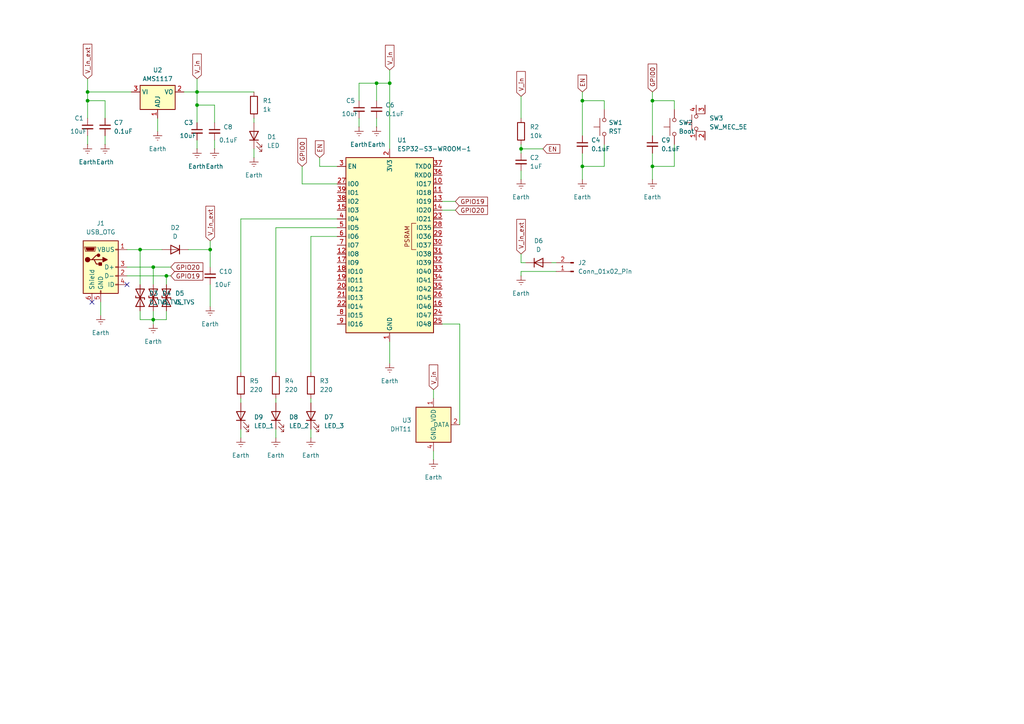
<source format=kicad_sch>
(kicad_sch
	(version 20231120)
	(generator "eeschema")
	(generator_version "8.0")
	(uuid "526f62ef-de95-423b-8933-0e370b3fd1c9")
	(paper "A4")
	(lib_symbols
		(symbol "Connector:Conn_01x02_Pin"
			(pin_names
				(offset 1.016) hide)
			(exclude_from_sim no)
			(in_bom yes)
			(on_board yes)
			(property "Reference" "J"
				(at 0 2.54 0)
				(effects
					(font
						(size 1.27 1.27)
					)
				)
			)
			(property "Value" "Conn_01x02_Pin"
				(at 0 -5.08 0)
				(effects
					(font
						(size 1.27 1.27)
					)
				)
			)
			(property "Footprint" ""
				(at 0 0 0)
				(effects
					(font
						(size 1.27 1.27)
					)
					(hide yes)
				)
			)
			(property "Datasheet" "~"
				(at 0 0 0)
				(effects
					(font
						(size 1.27 1.27)
					)
					(hide yes)
				)
			)
			(property "Description" "Generic connector, single row, 01x02, script generated"
				(at 0 0 0)
				(effects
					(font
						(size 1.27 1.27)
					)
					(hide yes)
				)
			)
			(property "ki_locked" ""
				(at 0 0 0)
				(effects
					(font
						(size 1.27 1.27)
					)
				)
			)
			(property "ki_keywords" "connector"
				(at 0 0 0)
				(effects
					(font
						(size 1.27 1.27)
					)
					(hide yes)
				)
			)
			(property "ki_fp_filters" "Connector*:*_1x??_*"
				(at 0 0 0)
				(effects
					(font
						(size 1.27 1.27)
					)
					(hide yes)
				)
			)
			(symbol "Conn_01x02_Pin_1_1"
				(polyline
					(pts
						(xy 1.27 -2.54) (xy 0.8636 -2.54)
					)
					(stroke
						(width 0.1524)
						(type default)
					)
					(fill
						(type none)
					)
				)
				(polyline
					(pts
						(xy 1.27 0) (xy 0.8636 0)
					)
					(stroke
						(width 0.1524)
						(type default)
					)
					(fill
						(type none)
					)
				)
				(rectangle
					(start 0.8636 -2.413)
					(end 0 -2.667)
					(stroke
						(width 0.1524)
						(type default)
					)
					(fill
						(type outline)
					)
				)
				(rectangle
					(start 0.8636 0.127)
					(end 0 -0.127)
					(stroke
						(width 0.1524)
						(type default)
					)
					(fill
						(type outline)
					)
				)
				(pin passive line
					(at 5.08 0 180)
					(length 3.81)
					(name "Pin_1"
						(effects
							(font
								(size 1.27 1.27)
							)
						)
					)
					(number "1"
						(effects
							(font
								(size 1.27 1.27)
							)
						)
					)
				)
				(pin passive line
					(at 5.08 -2.54 180)
					(length 3.81)
					(name "Pin_2"
						(effects
							(font
								(size 1.27 1.27)
							)
						)
					)
					(number "2"
						(effects
							(font
								(size 1.27 1.27)
							)
						)
					)
				)
			)
		)
		(symbol "Connector:USB_OTG"
			(pin_names
				(offset 1.016)
			)
			(exclude_from_sim no)
			(in_bom yes)
			(on_board yes)
			(property "Reference" "J"
				(at -5.08 11.43 0)
				(effects
					(font
						(size 1.27 1.27)
					)
					(justify left)
				)
			)
			(property "Value" "USB_OTG"
				(at -5.08 8.89 0)
				(effects
					(font
						(size 1.27 1.27)
					)
					(justify left)
				)
			)
			(property "Footprint" ""
				(at 3.81 -1.27 0)
				(effects
					(font
						(size 1.27 1.27)
					)
					(hide yes)
				)
			)
			(property "Datasheet" " ~"
				(at 3.81 -1.27 0)
				(effects
					(font
						(size 1.27 1.27)
					)
					(hide yes)
				)
			)
			(property "Description" "USB mini/micro connector"
				(at 0 0 0)
				(effects
					(font
						(size 1.27 1.27)
					)
					(hide yes)
				)
			)
			(property "ki_keywords" "connector USB"
				(at 0 0 0)
				(effects
					(font
						(size 1.27 1.27)
					)
					(hide yes)
				)
			)
			(property "ki_fp_filters" "USB*"
				(at 0 0 0)
				(effects
					(font
						(size 1.27 1.27)
					)
					(hide yes)
				)
			)
			(symbol "USB_OTG_0_1"
				(rectangle
					(start -5.08 -7.62)
					(end 5.08 7.62)
					(stroke
						(width 0.254)
						(type default)
					)
					(fill
						(type background)
					)
				)
				(circle
					(center -3.81 2.159)
					(radius 0.635)
					(stroke
						(width 0.254)
						(type default)
					)
					(fill
						(type outline)
					)
				)
				(circle
					(center -0.635 3.429)
					(radius 0.381)
					(stroke
						(width 0.254)
						(type default)
					)
					(fill
						(type outline)
					)
				)
				(rectangle
					(start -0.127 -7.62)
					(end 0.127 -6.858)
					(stroke
						(width 0)
						(type default)
					)
					(fill
						(type none)
					)
				)
				(polyline
					(pts
						(xy -1.905 2.159) (xy 0.635 2.159)
					)
					(stroke
						(width 0.254)
						(type default)
					)
					(fill
						(type none)
					)
				)
				(polyline
					(pts
						(xy -3.175 2.159) (xy -2.54 2.159) (xy -1.27 3.429) (xy -0.635 3.429)
					)
					(stroke
						(width 0.254)
						(type default)
					)
					(fill
						(type none)
					)
				)
				(polyline
					(pts
						(xy -2.54 2.159) (xy -1.905 2.159) (xy -1.27 0.889) (xy 0 0.889)
					)
					(stroke
						(width 0.254)
						(type default)
					)
					(fill
						(type none)
					)
				)
				(polyline
					(pts
						(xy 0.635 2.794) (xy 0.635 1.524) (xy 1.905 2.159) (xy 0.635 2.794)
					)
					(stroke
						(width 0.254)
						(type default)
					)
					(fill
						(type outline)
					)
				)
				(polyline
					(pts
						(xy -4.318 5.588) (xy -1.778 5.588) (xy -2.032 4.826) (xy -4.064 4.826) (xy -4.318 5.588)
					)
					(stroke
						(width 0)
						(type default)
					)
					(fill
						(type outline)
					)
				)
				(polyline
					(pts
						(xy -4.699 5.842) (xy -4.699 5.588) (xy -4.445 4.826) (xy -4.445 4.572) (xy -1.651 4.572) (xy -1.651 4.826)
						(xy -1.397 5.588) (xy -1.397 5.842) (xy -4.699 5.842)
					)
					(stroke
						(width 0)
						(type default)
					)
					(fill
						(type none)
					)
				)
				(rectangle
					(start 0.254 1.27)
					(end -0.508 0.508)
					(stroke
						(width 0.254)
						(type default)
					)
					(fill
						(type outline)
					)
				)
				(rectangle
					(start 5.08 -5.207)
					(end 4.318 -4.953)
					(stroke
						(width 0)
						(type default)
					)
					(fill
						(type none)
					)
				)
				(rectangle
					(start 5.08 -2.667)
					(end 4.318 -2.413)
					(stroke
						(width 0)
						(type default)
					)
					(fill
						(type none)
					)
				)
				(rectangle
					(start 5.08 -0.127)
					(end 4.318 0.127)
					(stroke
						(width 0)
						(type default)
					)
					(fill
						(type none)
					)
				)
				(rectangle
					(start 5.08 4.953)
					(end 4.318 5.207)
					(stroke
						(width 0)
						(type default)
					)
					(fill
						(type none)
					)
				)
			)
			(symbol "USB_OTG_1_1"
				(pin passive line
					(at 7.62 5.08 180)
					(length 2.54)
					(name "VBUS"
						(effects
							(font
								(size 1.27 1.27)
							)
						)
					)
					(number "1"
						(effects
							(font
								(size 1.27 1.27)
							)
						)
					)
				)
				(pin bidirectional line
					(at 7.62 -2.54 180)
					(length 2.54)
					(name "D-"
						(effects
							(font
								(size 1.27 1.27)
							)
						)
					)
					(number "2"
						(effects
							(font
								(size 1.27 1.27)
							)
						)
					)
				)
				(pin bidirectional line
					(at 7.62 0 180)
					(length 2.54)
					(name "D+"
						(effects
							(font
								(size 1.27 1.27)
							)
						)
					)
					(number "3"
						(effects
							(font
								(size 1.27 1.27)
							)
						)
					)
				)
				(pin passive line
					(at 7.62 -5.08 180)
					(length 2.54)
					(name "ID"
						(effects
							(font
								(size 1.27 1.27)
							)
						)
					)
					(number "4"
						(effects
							(font
								(size 1.27 1.27)
							)
						)
					)
				)
				(pin passive line
					(at 0 -10.16 90)
					(length 2.54)
					(name "GND"
						(effects
							(font
								(size 1.27 1.27)
							)
						)
					)
					(number "5"
						(effects
							(font
								(size 1.27 1.27)
							)
						)
					)
				)
				(pin passive line
					(at -2.54 -10.16 90)
					(length 2.54)
					(name "Shield"
						(effects
							(font
								(size 1.27 1.27)
							)
						)
					)
					(number "6"
						(effects
							(font
								(size 1.27 1.27)
							)
						)
					)
				)
			)
		)
		(symbol "Device:C_Small"
			(pin_numbers hide)
			(pin_names
				(offset 0.254) hide)
			(exclude_from_sim no)
			(in_bom yes)
			(on_board yes)
			(property "Reference" "C"
				(at 0.254 1.778 0)
				(effects
					(font
						(size 1.27 1.27)
					)
					(justify left)
				)
			)
			(property "Value" "C_Small"
				(at 0.254 -2.032 0)
				(effects
					(font
						(size 1.27 1.27)
					)
					(justify left)
				)
			)
			(property "Footprint" ""
				(at 0 0 0)
				(effects
					(font
						(size 1.27 1.27)
					)
					(hide yes)
				)
			)
			(property "Datasheet" "~"
				(at 0 0 0)
				(effects
					(font
						(size 1.27 1.27)
					)
					(hide yes)
				)
			)
			(property "Description" "Unpolarized capacitor, small symbol"
				(at 0 0 0)
				(effects
					(font
						(size 1.27 1.27)
					)
					(hide yes)
				)
			)
			(property "ki_keywords" "capacitor cap"
				(at 0 0 0)
				(effects
					(font
						(size 1.27 1.27)
					)
					(hide yes)
				)
			)
			(property "ki_fp_filters" "C_*"
				(at 0 0 0)
				(effects
					(font
						(size 1.27 1.27)
					)
					(hide yes)
				)
			)
			(symbol "C_Small_0_1"
				(polyline
					(pts
						(xy -1.524 -0.508) (xy 1.524 -0.508)
					)
					(stroke
						(width 0.3302)
						(type default)
					)
					(fill
						(type none)
					)
				)
				(polyline
					(pts
						(xy -1.524 0.508) (xy 1.524 0.508)
					)
					(stroke
						(width 0.3048)
						(type default)
					)
					(fill
						(type none)
					)
				)
			)
			(symbol "C_Small_1_1"
				(pin passive line
					(at 0 2.54 270)
					(length 2.032)
					(name "~"
						(effects
							(font
								(size 1.27 1.27)
							)
						)
					)
					(number "1"
						(effects
							(font
								(size 1.27 1.27)
							)
						)
					)
				)
				(pin passive line
					(at 0 -2.54 90)
					(length 2.032)
					(name "~"
						(effects
							(font
								(size 1.27 1.27)
							)
						)
					)
					(number "2"
						(effects
							(font
								(size 1.27 1.27)
							)
						)
					)
				)
			)
		)
		(symbol "Device:D"
			(pin_numbers hide)
			(pin_names
				(offset 1.016) hide)
			(exclude_from_sim no)
			(in_bom yes)
			(on_board yes)
			(property "Reference" "D"
				(at 0 2.54 0)
				(effects
					(font
						(size 1.27 1.27)
					)
				)
			)
			(property "Value" "D"
				(at 0 -2.54 0)
				(effects
					(font
						(size 1.27 1.27)
					)
				)
			)
			(property "Footprint" ""
				(at 0 0 0)
				(effects
					(font
						(size 1.27 1.27)
					)
					(hide yes)
				)
			)
			(property "Datasheet" "~"
				(at 0 0 0)
				(effects
					(font
						(size 1.27 1.27)
					)
					(hide yes)
				)
			)
			(property "Description" "Diode"
				(at 0 0 0)
				(effects
					(font
						(size 1.27 1.27)
					)
					(hide yes)
				)
			)
			(property "Sim.Device" "D"
				(at 0 0 0)
				(effects
					(font
						(size 1.27 1.27)
					)
					(hide yes)
				)
			)
			(property "Sim.Pins" "1=K 2=A"
				(at 0 0 0)
				(effects
					(font
						(size 1.27 1.27)
					)
					(hide yes)
				)
			)
			(property "ki_keywords" "diode"
				(at 0 0 0)
				(effects
					(font
						(size 1.27 1.27)
					)
					(hide yes)
				)
			)
			(property "ki_fp_filters" "TO-???* *_Diode_* *SingleDiode* D_*"
				(at 0 0 0)
				(effects
					(font
						(size 1.27 1.27)
					)
					(hide yes)
				)
			)
			(symbol "D_0_1"
				(polyline
					(pts
						(xy -1.27 1.27) (xy -1.27 -1.27)
					)
					(stroke
						(width 0.254)
						(type default)
					)
					(fill
						(type none)
					)
				)
				(polyline
					(pts
						(xy 1.27 0) (xy -1.27 0)
					)
					(stroke
						(width 0)
						(type default)
					)
					(fill
						(type none)
					)
				)
				(polyline
					(pts
						(xy 1.27 1.27) (xy 1.27 -1.27) (xy -1.27 0) (xy 1.27 1.27)
					)
					(stroke
						(width 0.254)
						(type default)
					)
					(fill
						(type none)
					)
				)
			)
			(symbol "D_1_1"
				(pin passive line
					(at -3.81 0 0)
					(length 2.54)
					(name "K"
						(effects
							(font
								(size 1.27 1.27)
							)
						)
					)
					(number "1"
						(effects
							(font
								(size 1.27 1.27)
							)
						)
					)
				)
				(pin passive line
					(at 3.81 0 180)
					(length 2.54)
					(name "A"
						(effects
							(font
								(size 1.27 1.27)
							)
						)
					)
					(number "2"
						(effects
							(font
								(size 1.27 1.27)
							)
						)
					)
				)
			)
		)
		(symbol "Device:D_TVS"
			(pin_numbers hide)
			(pin_names
				(offset 1.016) hide)
			(exclude_from_sim no)
			(in_bom yes)
			(on_board yes)
			(property "Reference" "D"
				(at 0 2.54 0)
				(effects
					(font
						(size 1.27 1.27)
					)
				)
			)
			(property "Value" "D_TVS"
				(at 0 -2.54 0)
				(effects
					(font
						(size 1.27 1.27)
					)
				)
			)
			(property "Footprint" ""
				(at 0 0 0)
				(effects
					(font
						(size 1.27 1.27)
					)
					(hide yes)
				)
			)
			(property "Datasheet" "~"
				(at 0 0 0)
				(effects
					(font
						(size 1.27 1.27)
					)
					(hide yes)
				)
			)
			(property "Description" "Bidirectional transient-voltage-suppression diode"
				(at 0 0 0)
				(effects
					(font
						(size 1.27 1.27)
					)
					(hide yes)
				)
			)
			(property "ki_keywords" "diode TVS thyrector"
				(at 0 0 0)
				(effects
					(font
						(size 1.27 1.27)
					)
					(hide yes)
				)
			)
			(property "ki_fp_filters" "TO-???* *_Diode_* *SingleDiode* D_*"
				(at 0 0 0)
				(effects
					(font
						(size 1.27 1.27)
					)
					(hide yes)
				)
			)
			(symbol "D_TVS_0_1"
				(polyline
					(pts
						(xy 1.27 0) (xy -1.27 0)
					)
					(stroke
						(width 0)
						(type default)
					)
					(fill
						(type none)
					)
				)
				(polyline
					(pts
						(xy 0.508 1.27) (xy 0 1.27) (xy 0 -1.27) (xy -0.508 -1.27)
					)
					(stroke
						(width 0.254)
						(type default)
					)
					(fill
						(type none)
					)
				)
				(polyline
					(pts
						(xy -2.54 1.27) (xy -2.54 -1.27) (xy 2.54 1.27) (xy 2.54 -1.27) (xy -2.54 1.27)
					)
					(stroke
						(width 0.254)
						(type default)
					)
					(fill
						(type none)
					)
				)
			)
			(symbol "D_TVS_1_1"
				(pin passive line
					(at -3.81 0 0)
					(length 2.54)
					(name "A1"
						(effects
							(font
								(size 1.27 1.27)
							)
						)
					)
					(number "1"
						(effects
							(font
								(size 1.27 1.27)
							)
						)
					)
				)
				(pin passive line
					(at 3.81 0 180)
					(length 2.54)
					(name "A2"
						(effects
							(font
								(size 1.27 1.27)
							)
						)
					)
					(number "2"
						(effects
							(font
								(size 1.27 1.27)
							)
						)
					)
				)
			)
		)
		(symbol "Device:LED"
			(pin_numbers hide)
			(pin_names
				(offset 1.016) hide)
			(exclude_from_sim no)
			(in_bom yes)
			(on_board yes)
			(property "Reference" "D"
				(at 0 2.54 0)
				(effects
					(font
						(size 1.27 1.27)
					)
				)
			)
			(property "Value" "LED"
				(at 0 -2.54 0)
				(effects
					(font
						(size 1.27 1.27)
					)
				)
			)
			(property "Footprint" ""
				(at 0 0 0)
				(effects
					(font
						(size 1.27 1.27)
					)
					(hide yes)
				)
			)
			(property "Datasheet" "~"
				(at 0 0 0)
				(effects
					(font
						(size 1.27 1.27)
					)
					(hide yes)
				)
			)
			(property "Description" "Light emitting diode"
				(at 0 0 0)
				(effects
					(font
						(size 1.27 1.27)
					)
					(hide yes)
				)
			)
			(property "ki_keywords" "LED diode"
				(at 0 0 0)
				(effects
					(font
						(size 1.27 1.27)
					)
					(hide yes)
				)
			)
			(property "ki_fp_filters" "LED* LED_SMD:* LED_THT:*"
				(at 0 0 0)
				(effects
					(font
						(size 1.27 1.27)
					)
					(hide yes)
				)
			)
			(symbol "LED_0_1"
				(polyline
					(pts
						(xy -1.27 -1.27) (xy -1.27 1.27)
					)
					(stroke
						(width 0.254)
						(type default)
					)
					(fill
						(type none)
					)
				)
				(polyline
					(pts
						(xy -1.27 0) (xy 1.27 0)
					)
					(stroke
						(width 0)
						(type default)
					)
					(fill
						(type none)
					)
				)
				(polyline
					(pts
						(xy 1.27 -1.27) (xy 1.27 1.27) (xy -1.27 0) (xy 1.27 -1.27)
					)
					(stroke
						(width 0.254)
						(type default)
					)
					(fill
						(type none)
					)
				)
				(polyline
					(pts
						(xy -3.048 -0.762) (xy -4.572 -2.286) (xy -3.81 -2.286) (xy -4.572 -2.286) (xy -4.572 -1.524)
					)
					(stroke
						(width 0)
						(type default)
					)
					(fill
						(type none)
					)
				)
				(polyline
					(pts
						(xy -1.778 -0.762) (xy -3.302 -2.286) (xy -2.54 -2.286) (xy -3.302 -2.286) (xy -3.302 -1.524)
					)
					(stroke
						(width 0)
						(type default)
					)
					(fill
						(type none)
					)
				)
			)
			(symbol "LED_1_1"
				(pin passive line
					(at -3.81 0 0)
					(length 2.54)
					(name "K"
						(effects
							(font
								(size 1.27 1.27)
							)
						)
					)
					(number "1"
						(effects
							(font
								(size 1.27 1.27)
							)
						)
					)
				)
				(pin passive line
					(at 3.81 0 180)
					(length 2.54)
					(name "A"
						(effects
							(font
								(size 1.27 1.27)
							)
						)
					)
					(number "2"
						(effects
							(font
								(size 1.27 1.27)
							)
						)
					)
				)
			)
		)
		(symbol "Device:R"
			(pin_numbers hide)
			(pin_names
				(offset 0)
			)
			(exclude_from_sim no)
			(in_bom yes)
			(on_board yes)
			(property "Reference" "R"
				(at 2.032 0 90)
				(effects
					(font
						(size 1.27 1.27)
					)
				)
			)
			(property "Value" "R"
				(at 0 0 90)
				(effects
					(font
						(size 1.27 1.27)
					)
				)
			)
			(property "Footprint" ""
				(at -1.778 0 90)
				(effects
					(font
						(size 1.27 1.27)
					)
					(hide yes)
				)
			)
			(property "Datasheet" "~"
				(at 0 0 0)
				(effects
					(font
						(size 1.27 1.27)
					)
					(hide yes)
				)
			)
			(property "Description" "Resistor"
				(at 0 0 0)
				(effects
					(font
						(size 1.27 1.27)
					)
					(hide yes)
				)
			)
			(property "ki_keywords" "R res resistor"
				(at 0 0 0)
				(effects
					(font
						(size 1.27 1.27)
					)
					(hide yes)
				)
			)
			(property "ki_fp_filters" "R_*"
				(at 0 0 0)
				(effects
					(font
						(size 1.27 1.27)
					)
					(hide yes)
				)
			)
			(symbol "R_0_1"
				(rectangle
					(start -1.016 -2.54)
					(end 1.016 2.54)
					(stroke
						(width 0.254)
						(type default)
					)
					(fill
						(type none)
					)
				)
			)
			(symbol "R_1_1"
				(pin passive line
					(at 0 3.81 270)
					(length 1.27)
					(name "~"
						(effects
							(font
								(size 1.27 1.27)
							)
						)
					)
					(number "1"
						(effects
							(font
								(size 1.27 1.27)
							)
						)
					)
				)
				(pin passive line
					(at 0 -3.81 90)
					(length 1.27)
					(name "~"
						(effects
							(font
								(size 1.27 1.27)
							)
						)
					)
					(number "2"
						(effects
							(font
								(size 1.27 1.27)
							)
						)
					)
				)
			)
		)
		(symbol "RF_Module:ESP32-S3-WROOM-1"
			(exclude_from_sim no)
			(in_bom yes)
			(on_board yes)
			(property "Reference" "U"
				(at -12.7 26.67 0)
				(effects
					(font
						(size 1.27 1.27)
					)
				)
			)
			(property "Value" "ESP32-S3-WROOM-1"
				(at 12.7 26.67 0)
				(effects
					(font
						(size 1.27 1.27)
					)
				)
			)
			(property "Footprint" "RF_Module:ESP32-S3-WROOM-1"
				(at 0 2.54 0)
				(effects
					(font
						(size 1.27 1.27)
					)
					(hide yes)
				)
			)
			(property "Datasheet" "https://www.espressif.com/sites/default/files/documentation/esp32-s3-wroom-1_wroom-1u_datasheet_en.pdf"
				(at 0 0 0)
				(effects
					(font
						(size 1.27 1.27)
					)
					(hide yes)
				)
			)
			(property "Description" "RF Module, ESP32-S3 SoC, Wi-Fi 802.11b/g/n, Bluetooth, BLE, 32-bit, 3.3V, onboard antenna, SMD"
				(at 0 0 0)
				(effects
					(font
						(size 1.27 1.27)
					)
					(hide yes)
				)
			)
			(property "ki_keywords" "RF Radio BT ESP ESP32-S3 Espressif onboard PCB antenna"
				(at 0 0 0)
				(effects
					(font
						(size 1.27 1.27)
					)
					(hide yes)
				)
			)
			(property "ki_fp_filters" "ESP32?S3?WROOM?1*"
				(at 0 0 0)
				(effects
					(font
						(size 1.27 1.27)
					)
					(hide yes)
				)
			)
			(symbol "ESP32-S3-WROOM-1_0_0"
				(rectangle
					(start -12.7 25.4)
					(end 12.7 -25.4)
					(stroke
						(width 0.254)
						(type default)
					)
					(fill
						(type background)
					)
				)
				(text "PSRAM"
					(at 5.08 2.54 900)
					(effects
						(font
							(size 1.27 1.27)
						)
					)
				)
			)
			(symbol "ESP32-S3-WROOM-1_0_1"
				(polyline
					(pts
						(xy 7.62 -1.27) (xy 6.35 -1.27) (xy 6.35 6.35) (xy 7.62 6.35)
					)
					(stroke
						(width 0)
						(type default)
					)
					(fill
						(type none)
					)
				)
			)
			(symbol "ESP32-S3-WROOM-1_1_1"
				(pin power_in line
					(at 0 -27.94 90)
					(length 2.54)
					(name "GND"
						(effects
							(font
								(size 1.27 1.27)
							)
						)
					)
					(number "1"
						(effects
							(font
								(size 1.27 1.27)
							)
						)
					)
				)
				(pin bidirectional line
					(at 15.24 17.78 180)
					(length 2.54)
					(name "IO17"
						(effects
							(font
								(size 1.27 1.27)
							)
						)
					)
					(number "10"
						(effects
							(font
								(size 1.27 1.27)
							)
						)
					)
				)
				(pin bidirectional line
					(at 15.24 15.24 180)
					(length 2.54)
					(name "IO18"
						(effects
							(font
								(size 1.27 1.27)
							)
						)
					)
					(number "11"
						(effects
							(font
								(size 1.27 1.27)
							)
						)
					)
				)
				(pin bidirectional line
					(at -15.24 -2.54 0)
					(length 2.54)
					(name "IO8"
						(effects
							(font
								(size 1.27 1.27)
							)
						)
					)
					(number "12"
						(effects
							(font
								(size 1.27 1.27)
							)
						)
					)
				)
				(pin bidirectional line
					(at 15.24 12.7 180)
					(length 2.54)
					(name "IO19"
						(effects
							(font
								(size 1.27 1.27)
							)
						)
					)
					(number "13"
						(effects
							(font
								(size 1.27 1.27)
							)
						)
					)
				)
				(pin bidirectional line
					(at 15.24 10.16 180)
					(length 2.54)
					(name "IO20"
						(effects
							(font
								(size 1.27 1.27)
							)
						)
					)
					(number "14"
						(effects
							(font
								(size 1.27 1.27)
							)
						)
					)
				)
				(pin bidirectional line
					(at -15.24 10.16 0)
					(length 2.54)
					(name "IO3"
						(effects
							(font
								(size 1.27 1.27)
							)
						)
					)
					(number "15"
						(effects
							(font
								(size 1.27 1.27)
							)
						)
					)
				)
				(pin bidirectional line
					(at 15.24 -17.78 180)
					(length 2.54)
					(name "IO46"
						(effects
							(font
								(size 1.27 1.27)
							)
						)
					)
					(number "16"
						(effects
							(font
								(size 1.27 1.27)
							)
						)
					)
				)
				(pin bidirectional line
					(at -15.24 -5.08 0)
					(length 2.54)
					(name "IO9"
						(effects
							(font
								(size 1.27 1.27)
							)
						)
					)
					(number "17"
						(effects
							(font
								(size 1.27 1.27)
							)
						)
					)
				)
				(pin bidirectional line
					(at -15.24 -7.62 0)
					(length 2.54)
					(name "IO10"
						(effects
							(font
								(size 1.27 1.27)
							)
						)
					)
					(number "18"
						(effects
							(font
								(size 1.27 1.27)
							)
						)
					)
				)
				(pin bidirectional line
					(at -15.24 -10.16 0)
					(length 2.54)
					(name "IO11"
						(effects
							(font
								(size 1.27 1.27)
							)
						)
					)
					(number "19"
						(effects
							(font
								(size 1.27 1.27)
							)
						)
					)
				)
				(pin power_in line
					(at 0 27.94 270)
					(length 2.54)
					(name "3V3"
						(effects
							(font
								(size 1.27 1.27)
							)
						)
					)
					(number "2"
						(effects
							(font
								(size 1.27 1.27)
							)
						)
					)
				)
				(pin bidirectional line
					(at -15.24 -12.7 0)
					(length 2.54)
					(name "IO12"
						(effects
							(font
								(size 1.27 1.27)
							)
						)
					)
					(number "20"
						(effects
							(font
								(size 1.27 1.27)
							)
						)
					)
				)
				(pin bidirectional line
					(at -15.24 -15.24 0)
					(length 2.54)
					(name "IO13"
						(effects
							(font
								(size 1.27 1.27)
							)
						)
					)
					(number "21"
						(effects
							(font
								(size 1.27 1.27)
							)
						)
					)
				)
				(pin bidirectional line
					(at -15.24 -17.78 0)
					(length 2.54)
					(name "IO14"
						(effects
							(font
								(size 1.27 1.27)
							)
						)
					)
					(number "22"
						(effects
							(font
								(size 1.27 1.27)
							)
						)
					)
				)
				(pin bidirectional line
					(at 15.24 7.62 180)
					(length 2.54)
					(name "IO21"
						(effects
							(font
								(size 1.27 1.27)
							)
						)
					)
					(number "23"
						(effects
							(font
								(size 1.27 1.27)
							)
						)
					)
				)
				(pin bidirectional line
					(at 15.24 -20.32 180)
					(length 2.54)
					(name "IO47"
						(effects
							(font
								(size 1.27 1.27)
							)
						)
					)
					(number "24"
						(effects
							(font
								(size 1.27 1.27)
							)
						)
					)
				)
				(pin bidirectional line
					(at 15.24 -22.86 180)
					(length 2.54)
					(name "IO48"
						(effects
							(font
								(size 1.27 1.27)
							)
						)
					)
					(number "25"
						(effects
							(font
								(size 1.27 1.27)
							)
						)
					)
				)
				(pin bidirectional line
					(at 15.24 -15.24 180)
					(length 2.54)
					(name "IO45"
						(effects
							(font
								(size 1.27 1.27)
							)
						)
					)
					(number "26"
						(effects
							(font
								(size 1.27 1.27)
							)
						)
					)
				)
				(pin bidirectional line
					(at -15.24 17.78 0)
					(length 2.54)
					(name "IO0"
						(effects
							(font
								(size 1.27 1.27)
							)
						)
					)
					(number "27"
						(effects
							(font
								(size 1.27 1.27)
							)
						)
					)
				)
				(pin bidirectional line
					(at 15.24 5.08 180)
					(length 2.54)
					(name "IO35"
						(effects
							(font
								(size 1.27 1.27)
							)
						)
					)
					(number "28"
						(effects
							(font
								(size 1.27 1.27)
							)
						)
					)
				)
				(pin bidirectional line
					(at 15.24 2.54 180)
					(length 2.54)
					(name "IO36"
						(effects
							(font
								(size 1.27 1.27)
							)
						)
					)
					(number "29"
						(effects
							(font
								(size 1.27 1.27)
							)
						)
					)
				)
				(pin input line
					(at -15.24 22.86 0)
					(length 2.54)
					(name "EN"
						(effects
							(font
								(size 1.27 1.27)
							)
						)
					)
					(number "3"
						(effects
							(font
								(size 1.27 1.27)
							)
						)
					)
				)
				(pin bidirectional line
					(at 15.24 0 180)
					(length 2.54)
					(name "IO37"
						(effects
							(font
								(size 1.27 1.27)
							)
						)
					)
					(number "30"
						(effects
							(font
								(size 1.27 1.27)
							)
						)
					)
				)
				(pin bidirectional line
					(at 15.24 -2.54 180)
					(length 2.54)
					(name "IO38"
						(effects
							(font
								(size 1.27 1.27)
							)
						)
					)
					(number "31"
						(effects
							(font
								(size 1.27 1.27)
							)
						)
					)
				)
				(pin bidirectional line
					(at 15.24 -5.08 180)
					(length 2.54)
					(name "IO39"
						(effects
							(font
								(size 1.27 1.27)
							)
						)
					)
					(number "32"
						(effects
							(font
								(size 1.27 1.27)
							)
						)
					)
				)
				(pin bidirectional line
					(at 15.24 -7.62 180)
					(length 2.54)
					(name "IO40"
						(effects
							(font
								(size 1.27 1.27)
							)
						)
					)
					(number "33"
						(effects
							(font
								(size 1.27 1.27)
							)
						)
					)
				)
				(pin bidirectional line
					(at 15.24 -10.16 180)
					(length 2.54)
					(name "IO41"
						(effects
							(font
								(size 1.27 1.27)
							)
						)
					)
					(number "34"
						(effects
							(font
								(size 1.27 1.27)
							)
						)
					)
				)
				(pin bidirectional line
					(at 15.24 -12.7 180)
					(length 2.54)
					(name "IO42"
						(effects
							(font
								(size 1.27 1.27)
							)
						)
					)
					(number "35"
						(effects
							(font
								(size 1.27 1.27)
							)
						)
					)
				)
				(pin bidirectional line
					(at 15.24 20.32 180)
					(length 2.54)
					(name "RXD0"
						(effects
							(font
								(size 1.27 1.27)
							)
						)
					)
					(number "36"
						(effects
							(font
								(size 1.27 1.27)
							)
						)
					)
				)
				(pin bidirectional line
					(at 15.24 22.86 180)
					(length 2.54)
					(name "TXD0"
						(effects
							(font
								(size 1.27 1.27)
							)
						)
					)
					(number "37"
						(effects
							(font
								(size 1.27 1.27)
							)
						)
					)
				)
				(pin bidirectional line
					(at -15.24 12.7 0)
					(length 2.54)
					(name "IO2"
						(effects
							(font
								(size 1.27 1.27)
							)
						)
					)
					(number "38"
						(effects
							(font
								(size 1.27 1.27)
							)
						)
					)
				)
				(pin bidirectional line
					(at -15.24 15.24 0)
					(length 2.54)
					(name "IO1"
						(effects
							(font
								(size 1.27 1.27)
							)
						)
					)
					(number "39"
						(effects
							(font
								(size 1.27 1.27)
							)
						)
					)
				)
				(pin bidirectional line
					(at -15.24 7.62 0)
					(length 2.54)
					(name "IO4"
						(effects
							(font
								(size 1.27 1.27)
							)
						)
					)
					(number "4"
						(effects
							(font
								(size 1.27 1.27)
							)
						)
					)
				)
				(pin passive line
					(at 0 -27.94 90)
					(length 2.54) hide
					(name "GND"
						(effects
							(font
								(size 1.27 1.27)
							)
						)
					)
					(number "40"
						(effects
							(font
								(size 1.27 1.27)
							)
						)
					)
				)
				(pin passive line
					(at 0 -27.94 90)
					(length 2.54) hide
					(name "GND"
						(effects
							(font
								(size 1.27 1.27)
							)
						)
					)
					(number "41"
						(effects
							(font
								(size 1.27 1.27)
							)
						)
					)
				)
				(pin bidirectional line
					(at -15.24 5.08 0)
					(length 2.54)
					(name "IO5"
						(effects
							(font
								(size 1.27 1.27)
							)
						)
					)
					(number "5"
						(effects
							(font
								(size 1.27 1.27)
							)
						)
					)
				)
				(pin bidirectional line
					(at -15.24 2.54 0)
					(length 2.54)
					(name "IO6"
						(effects
							(font
								(size 1.27 1.27)
							)
						)
					)
					(number "6"
						(effects
							(font
								(size 1.27 1.27)
							)
						)
					)
				)
				(pin bidirectional line
					(at -15.24 0 0)
					(length 2.54)
					(name "IO7"
						(effects
							(font
								(size 1.27 1.27)
							)
						)
					)
					(number "7"
						(effects
							(font
								(size 1.27 1.27)
							)
						)
					)
				)
				(pin bidirectional line
					(at -15.24 -20.32 0)
					(length 2.54)
					(name "IO15"
						(effects
							(font
								(size 1.27 1.27)
							)
						)
					)
					(number "8"
						(effects
							(font
								(size 1.27 1.27)
							)
						)
					)
				)
				(pin bidirectional line
					(at -15.24 -22.86 0)
					(length 2.54)
					(name "IO16"
						(effects
							(font
								(size 1.27 1.27)
							)
						)
					)
					(number "9"
						(effects
							(font
								(size 1.27 1.27)
							)
						)
					)
				)
			)
		)
		(symbol "Regulator_Linear:AMS1117"
			(exclude_from_sim no)
			(in_bom yes)
			(on_board yes)
			(property "Reference" "U"
				(at -3.81 3.175 0)
				(effects
					(font
						(size 1.27 1.27)
					)
				)
			)
			(property "Value" "AMS1117"
				(at 0 3.175 0)
				(effects
					(font
						(size 1.27 1.27)
					)
					(justify left)
				)
			)
			(property "Footprint" "Package_TO_SOT_SMD:SOT-223-3_TabPin2"
				(at 0 5.08 0)
				(effects
					(font
						(size 1.27 1.27)
					)
					(hide yes)
				)
			)
			(property "Datasheet" "http://www.advanced-monolithic.com/pdf/ds1117.pdf"
				(at 2.54 -6.35 0)
				(effects
					(font
						(size 1.27 1.27)
					)
					(hide yes)
				)
			)
			(property "Description" "1A Low Dropout regulator, positive, adjustable output, SOT-223"
				(at 0 0 0)
				(effects
					(font
						(size 1.27 1.27)
					)
					(hide yes)
				)
			)
			(property "ki_keywords" "linear regulator ldo adjustable positive"
				(at 0 0 0)
				(effects
					(font
						(size 1.27 1.27)
					)
					(hide yes)
				)
			)
			(property "ki_fp_filters" "SOT?223*TabPin2*"
				(at 0 0 0)
				(effects
					(font
						(size 1.27 1.27)
					)
					(hide yes)
				)
			)
			(symbol "AMS1117_0_1"
				(rectangle
					(start -5.08 -5.08)
					(end 5.08 1.905)
					(stroke
						(width 0.254)
						(type default)
					)
					(fill
						(type background)
					)
				)
			)
			(symbol "AMS1117_1_1"
				(pin input line
					(at 0 -7.62 90)
					(length 2.54)
					(name "ADJ"
						(effects
							(font
								(size 1.27 1.27)
							)
						)
					)
					(number "1"
						(effects
							(font
								(size 1.27 1.27)
							)
						)
					)
				)
				(pin power_out line
					(at 7.62 0 180)
					(length 2.54)
					(name "VO"
						(effects
							(font
								(size 1.27 1.27)
							)
						)
					)
					(number "2"
						(effects
							(font
								(size 1.27 1.27)
							)
						)
					)
				)
				(pin power_in line
					(at -7.62 0 0)
					(length 2.54)
					(name "VI"
						(effects
							(font
								(size 1.27 1.27)
							)
						)
					)
					(number "3"
						(effects
							(font
								(size 1.27 1.27)
							)
						)
					)
				)
			)
		)
		(symbol "Sensor:DHT11"
			(exclude_from_sim no)
			(in_bom yes)
			(on_board yes)
			(property "Reference" "U"
				(at -3.81 6.35 0)
				(effects
					(font
						(size 1.27 1.27)
					)
				)
			)
			(property "Value" "DHT11"
				(at 3.81 6.35 0)
				(effects
					(font
						(size 1.27 1.27)
					)
				)
			)
			(property "Footprint" "Sensor:Aosong_DHT11_5.5x12.0_P2.54mm"
				(at 0 -10.16 0)
				(effects
					(font
						(size 1.27 1.27)
					)
					(hide yes)
				)
			)
			(property "Datasheet" "http://akizukidenshi.com/download/ds/aosong/DHT11.pdf"
				(at 3.81 6.35 0)
				(effects
					(font
						(size 1.27 1.27)
					)
					(hide yes)
				)
			)
			(property "Description" "3.3V to 5.5V, temperature and humidity module, DHT11"
				(at 0 0 0)
				(effects
					(font
						(size 1.27 1.27)
					)
					(hide yes)
				)
			)
			(property "ki_keywords" "digital sensor"
				(at 0 0 0)
				(effects
					(font
						(size 1.27 1.27)
					)
					(hide yes)
				)
			)
			(property "ki_fp_filters" "Aosong*DHT11*5.5x12.0*P2.54mm*"
				(at 0 0 0)
				(effects
					(font
						(size 1.27 1.27)
					)
					(hide yes)
				)
			)
			(symbol "DHT11_0_1"
				(rectangle
					(start -5.08 5.08)
					(end 5.08 -5.08)
					(stroke
						(width 0.254)
						(type default)
					)
					(fill
						(type background)
					)
				)
			)
			(symbol "DHT11_1_1"
				(pin power_in line
					(at 0 7.62 270)
					(length 2.54)
					(name "VDD"
						(effects
							(font
								(size 1.27 1.27)
							)
						)
					)
					(number "1"
						(effects
							(font
								(size 1.27 1.27)
							)
						)
					)
				)
				(pin bidirectional line
					(at 7.62 0 180)
					(length 2.54)
					(name "DATA"
						(effects
							(font
								(size 1.27 1.27)
							)
						)
					)
					(number "2"
						(effects
							(font
								(size 1.27 1.27)
							)
						)
					)
				)
				(pin no_connect line
					(at -5.08 0 0)
					(length 2.54) hide
					(name "NC"
						(effects
							(font
								(size 1.27 1.27)
							)
						)
					)
					(number "3"
						(effects
							(font
								(size 1.27 1.27)
							)
						)
					)
				)
				(pin power_in line
					(at 0 -7.62 90)
					(length 2.54)
					(name "GND"
						(effects
							(font
								(size 1.27 1.27)
							)
						)
					)
					(number "4"
						(effects
							(font
								(size 1.27 1.27)
							)
						)
					)
				)
			)
		)
		(symbol "Switch:SW_MEC_5E"
			(pin_names
				(offset 1.016) hide)
			(exclude_from_sim no)
			(in_bom yes)
			(on_board yes)
			(property "Reference" "SW"
				(at 0.635 5.715 0)
				(effects
					(font
						(size 1.27 1.27)
					)
					(justify left)
				)
			)
			(property "Value" "SW_MEC_5E"
				(at 0 -3.175 0)
				(effects
					(font
						(size 1.27 1.27)
					)
				)
			)
			(property "Footprint" ""
				(at 0 7.62 0)
				(effects
					(font
						(size 1.27 1.27)
					)
					(hide yes)
				)
			)
			(property "Datasheet" "http://www.apem.com/int/index.php?controller=attachment&id_attachment=1371"
				(at 0 7.62 0)
				(effects
					(font
						(size 1.27 1.27)
					)
					(hide yes)
				)
			)
			(property "Description" "MEC 5E single pole normally-open tactile switch"
				(at 0 0 0)
				(effects
					(font
						(size 1.27 1.27)
					)
					(hide yes)
				)
			)
			(property "ki_keywords" "switch normally-open pushbutton push-button"
				(at 0 0 0)
				(effects
					(font
						(size 1.27 1.27)
					)
					(hide yes)
				)
			)
			(property "ki_fp_filters" "SW*MEC*5G*"
				(at 0 0 0)
				(effects
					(font
						(size 1.27 1.27)
					)
					(hide yes)
				)
			)
			(symbol "SW_MEC_5E_0_1"
				(circle
					(center -1.778 2.54)
					(radius 0.508)
					(stroke
						(width 0)
						(type default)
					)
					(fill
						(type none)
					)
				)
				(polyline
					(pts
						(xy -2.286 3.81) (xy 2.286 3.81)
					)
					(stroke
						(width 0)
						(type default)
					)
					(fill
						(type none)
					)
				)
				(polyline
					(pts
						(xy 0 3.81) (xy 0 5.588)
					)
					(stroke
						(width 0)
						(type default)
					)
					(fill
						(type none)
					)
				)
				(polyline
					(pts
						(xy -2.54 0) (xy -2.54 2.54) (xy -2.286 2.54)
					)
					(stroke
						(width 0)
						(type default)
					)
					(fill
						(type none)
					)
				)
				(polyline
					(pts
						(xy 2.54 0) (xy 2.54 2.54) (xy 2.286 2.54)
					)
					(stroke
						(width 0)
						(type default)
					)
					(fill
						(type none)
					)
				)
				(circle
					(center 1.778 2.54)
					(radius 0.508)
					(stroke
						(width 0)
						(type default)
					)
					(fill
						(type none)
					)
				)
				(pin passive line
					(at -5.08 2.54 0)
					(length 2.54)
					(name "1"
						(effects
							(font
								(size 1.27 1.27)
							)
						)
					)
					(number "1"
						(effects
							(font
								(size 1.27 1.27)
							)
						)
					)
				)
				(pin passive line
					(at -5.08 0 0)
					(length 2.54)
					(name "2"
						(effects
							(font
								(size 1.27 1.27)
							)
						)
					)
					(number "2"
						(effects
							(font
								(size 1.27 1.27)
							)
						)
					)
				)
				(pin passive line
					(at 5.08 0 180)
					(length 2.54)
					(name "K"
						(effects
							(font
								(size 1.27 1.27)
							)
						)
					)
					(number "3"
						(effects
							(font
								(size 1.27 1.27)
							)
						)
					)
				)
				(pin passive line
					(at 5.08 2.54 180)
					(length 2.54)
					(name "A"
						(effects
							(font
								(size 1.27 1.27)
							)
						)
					)
					(number "4"
						(effects
							(font
								(size 1.27 1.27)
							)
						)
					)
				)
			)
		)
		(symbol "Switch:SW_Push"
			(pin_numbers hide)
			(pin_names
				(offset 1.016) hide)
			(exclude_from_sim no)
			(in_bom yes)
			(on_board yes)
			(property "Reference" "SW"
				(at 1.27 2.54 0)
				(effects
					(font
						(size 1.27 1.27)
					)
					(justify left)
				)
			)
			(property "Value" "SW_Push"
				(at 0 -1.524 0)
				(effects
					(font
						(size 1.27 1.27)
					)
				)
			)
			(property "Footprint" ""
				(at 0 5.08 0)
				(effects
					(font
						(size 1.27 1.27)
					)
					(hide yes)
				)
			)
			(property "Datasheet" "~"
				(at 0 5.08 0)
				(effects
					(font
						(size 1.27 1.27)
					)
					(hide yes)
				)
			)
			(property "Description" "Push button switch, generic, two pins"
				(at 0 0 0)
				(effects
					(font
						(size 1.27 1.27)
					)
					(hide yes)
				)
			)
			(property "ki_keywords" "switch normally-open pushbutton push-button"
				(at 0 0 0)
				(effects
					(font
						(size 1.27 1.27)
					)
					(hide yes)
				)
			)
			(symbol "SW_Push_0_1"
				(circle
					(center -2.032 0)
					(radius 0.508)
					(stroke
						(width 0)
						(type default)
					)
					(fill
						(type none)
					)
				)
				(polyline
					(pts
						(xy 0 1.27) (xy 0 3.048)
					)
					(stroke
						(width 0)
						(type default)
					)
					(fill
						(type none)
					)
				)
				(polyline
					(pts
						(xy 2.54 1.27) (xy -2.54 1.27)
					)
					(stroke
						(width 0)
						(type default)
					)
					(fill
						(type none)
					)
				)
				(circle
					(center 2.032 0)
					(radius 0.508)
					(stroke
						(width 0)
						(type default)
					)
					(fill
						(type none)
					)
				)
				(pin passive line
					(at -5.08 0 0)
					(length 2.54)
					(name "1"
						(effects
							(font
								(size 1.27 1.27)
							)
						)
					)
					(number "1"
						(effects
							(font
								(size 1.27 1.27)
							)
						)
					)
				)
				(pin passive line
					(at 5.08 0 180)
					(length 2.54)
					(name "2"
						(effects
							(font
								(size 1.27 1.27)
							)
						)
					)
					(number "2"
						(effects
							(font
								(size 1.27 1.27)
							)
						)
					)
				)
			)
		)
		(symbol "power:Earth"
			(power)
			(pin_numbers hide)
			(pin_names
				(offset 0) hide)
			(exclude_from_sim no)
			(in_bom yes)
			(on_board yes)
			(property "Reference" "#PWR"
				(at 0 -6.35 0)
				(effects
					(font
						(size 1.27 1.27)
					)
					(hide yes)
				)
			)
			(property "Value" "Earth"
				(at 0 -3.81 0)
				(effects
					(font
						(size 1.27 1.27)
					)
				)
			)
			(property "Footprint" ""
				(at 0 0 0)
				(effects
					(font
						(size 1.27 1.27)
					)
					(hide yes)
				)
			)
			(property "Datasheet" "~"
				(at 0 0 0)
				(effects
					(font
						(size 1.27 1.27)
					)
					(hide yes)
				)
			)
			(property "Description" "Power symbol creates a global label with name \"Earth\""
				(at 0 0 0)
				(effects
					(font
						(size 1.27 1.27)
					)
					(hide yes)
				)
			)
			(property "ki_keywords" "global ground gnd"
				(at 0 0 0)
				(effects
					(font
						(size 1.27 1.27)
					)
					(hide yes)
				)
			)
			(symbol "Earth_0_1"
				(polyline
					(pts
						(xy -0.635 -1.905) (xy 0.635 -1.905)
					)
					(stroke
						(width 0)
						(type default)
					)
					(fill
						(type none)
					)
				)
				(polyline
					(pts
						(xy -0.127 -2.54) (xy 0.127 -2.54)
					)
					(stroke
						(width 0)
						(type default)
					)
					(fill
						(type none)
					)
				)
				(polyline
					(pts
						(xy 0 -1.27) (xy 0 0)
					)
					(stroke
						(width 0)
						(type default)
					)
					(fill
						(type none)
					)
				)
				(polyline
					(pts
						(xy 1.27 -1.27) (xy -1.27 -1.27)
					)
					(stroke
						(width 0)
						(type default)
					)
					(fill
						(type none)
					)
				)
			)
			(symbol "Earth_1_1"
				(pin power_in line
					(at 0 0 270)
					(length 0)
					(name "~"
						(effects
							(font
								(size 1.27 1.27)
							)
						)
					)
					(number "1"
						(effects
							(font
								(size 1.27 1.27)
							)
						)
					)
				)
			)
		)
	)
	(junction
		(at 25.4 29.21)
		(diameter 0)
		(color 0 0 0 0)
		(uuid "0d38f040-d3f2-44f1-b7b7-b5b00ce622ec")
	)
	(junction
		(at 25.4 26.67)
		(diameter 0)
		(color 0 0 0 0)
		(uuid "25b07ce6-984b-4016-bcee-fa62d813acc1")
	)
	(junction
		(at 113.03 24.13)
		(diameter 0)
		(color 0 0 0 0)
		(uuid "52375fa1-9d03-45b4-9022-f54b13e61cb6")
	)
	(junction
		(at 168.91 29.21)
		(diameter 0)
		(color 0 0 0 0)
		(uuid "54b4bfaa-6943-4cf7-a4b6-8f1a7f55e96b")
	)
	(junction
		(at 57.15 26.67)
		(diameter 0)
		(color 0 0 0 0)
		(uuid "576c5949-690e-4737-bd4b-832ed577d109")
	)
	(junction
		(at 48.26 80.01)
		(diameter 0)
		(color 0 0 0 0)
		(uuid "69ea2a62-6d7a-4a85-b09b-550da20549af")
	)
	(junction
		(at 189.23 48.26)
		(diameter 0)
		(color 0 0 0 0)
		(uuid "7947c1f4-d9ca-4ac4-817f-3d577e8aab43")
	)
	(junction
		(at 44.45 77.47)
		(diameter 0)
		(color 0 0 0 0)
		(uuid "818b42d1-6a69-4e9d-b00f-9259362047cf")
	)
	(junction
		(at 57.15 30.48)
		(diameter 0)
		(color 0 0 0 0)
		(uuid "8332421d-a6f8-4a47-b9b6-4c50e05428fa")
	)
	(junction
		(at 168.91 48.26)
		(diameter 0)
		(color 0 0 0 0)
		(uuid "a1b480a3-b06f-49c9-a88b-7eea45b52d1e")
	)
	(junction
		(at 151.13 43.18)
		(diameter 0)
		(color 0 0 0 0)
		(uuid "a5fc4169-e288-4bbf-b21c-a4acd5351a29")
	)
	(junction
		(at 44.45 92.71)
		(diameter 0)
		(color 0 0 0 0)
		(uuid "b8d08aa2-16d0-4a91-b564-da4d06d833ba")
	)
	(junction
		(at 60.96 72.39)
		(diameter 0)
		(color 0 0 0 0)
		(uuid "b97aaf74-9dbe-44e4-82cc-b63361b45c7b")
	)
	(junction
		(at 189.23 29.21)
		(diameter 0)
		(color 0 0 0 0)
		(uuid "cbb55142-cd8a-4f26-a680-8d499881e5fc")
	)
	(junction
		(at 109.22 24.13)
		(diameter 0)
		(color 0 0 0 0)
		(uuid "db07c44d-6650-4321-ae14-1fb7c5dab959")
	)
	(junction
		(at 40.64 72.39)
		(diameter 0)
		(color 0 0 0 0)
		(uuid "db111589-190c-47d7-aa28-74fd6e7c313c")
	)
	(no_connect
		(at 26.67 87.63)
		(uuid "54366531-9dc3-4311-b148-2933001dc1d9")
	)
	(no_connect
		(at 36.83 82.55)
		(uuid "e0cc244f-8710-4bd2-8553-11425a0d2180")
	)
	(wire
		(pts
			(xy 160.02 76.2) (xy 161.29 76.2)
		)
		(stroke
			(width 0)
			(type default)
		)
		(uuid "0161d0cd-2bef-4f20-be59-8ce845e96f44")
	)
	(wire
		(pts
			(xy 90.17 68.58) (xy 97.79 68.58)
		)
		(stroke
			(width 0)
			(type default)
		)
		(uuid "01a5bad6-436a-4008-9510-9eb9aa8e90c1")
	)
	(wire
		(pts
			(xy 151.13 27.94) (xy 151.13 34.29)
		)
		(stroke
			(width 0)
			(type default)
		)
		(uuid "0296b8d4-4c9e-4bd5-a827-4e386da805cd")
	)
	(wire
		(pts
			(xy 189.23 39.37) (xy 189.23 29.21)
		)
		(stroke
			(width 0)
			(type default)
		)
		(uuid "06b65ffa-a020-4823-8e33-8a6716a76054")
	)
	(wire
		(pts
			(xy 125.73 113.03) (xy 125.73 115.57)
		)
		(stroke
			(width 0)
			(type default)
		)
		(uuid "092a5d77-4aed-4fbf-983e-b09734df841c")
	)
	(wire
		(pts
			(xy 36.83 77.47) (xy 44.45 77.47)
		)
		(stroke
			(width 0)
			(type default)
		)
		(uuid "09a7014e-196b-406f-b95b-86fa980c72a0")
	)
	(wire
		(pts
			(xy 109.22 34.29) (xy 109.22 36.83)
		)
		(stroke
			(width 0)
			(type default)
		)
		(uuid "0d8855fc-9dae-45b8-8739-0d0e680ea1d0")
	)
	(wire
		(pts
			(xy 36.83 80.01) (xy 48.26 80.01)
		)
		(stroke
			(width 0)
			(type default)
		)
		(uuid "14010922-8512-4c16-9f14-90171140a28d")
	)
	(wire
		(pts
			(xy 195.58 48.26) (xy 189.23 48.26)
		)
		(stroke
			(width 0)
			(type default)
		)
		(uuid "14f83abd-023a-456e-9ee5-baf4fadf69a5")
	)
	(wire
		(pts
			(xy 44.45 77.47) (xy 44.45 82.55)
		)
		(stroke
			(width 0)
			(type default)
		)
		(uuid "1593a5d4-066c-4ba4-b1cb-dc82d9cf7755")
	)
	(wire
		(pts
			(xy 29.21 87.63) (xy 29.21 91.44)
		)
		(stroke
			(width 0)
			(type default)
		)
		(uuid "15b64dd8-49fc-4162-ab32-8d293eeb7815")
	)
	(wire
		(pts
			(xy 60.96 72.39) (xy 60.96 69.85)
		)
		(stroke
			(width 0)
			(type default)
		)
		(uuid "1ed94195-ca20-44f4-8c45-2ba94ad7a83b")
	)
	(wire
		(pts
			(xy 151.13 76.2) (xy 151.13 73.66)
		)
		(stroke
			(width 0)
			(type default)
		)
		(uuid "1f7b5788-454b-479b-85da-7489622813d2")
	)
	(wire
		(pts
			(xy 109.22 24.13) (xy 113.03 24.13)
		)
		(stroke
			(width 0)
			(type default)
		)
		(uuid "1fc42282-e7d0-4c34-af49-a9e6fdd47fef")
	)
	(wire
		(pts
			(xy 45.72 34.29) (xy 45.72 38.1)
		)
		(stroke
			(width 0)
			(type default)
		)
		(uuid "23c21d98-846a-43ef-a653-0558cc233dc4")
	)
	(wire
		(pts
			(xy 189.23 44.45) (xy 189.23 48.26)
		)
		(stroke
			(width 0)
			(type default)
		)
		(uuid "2696f3c1-1bc8-4876-b6f7-f6228b87a5be")
	)
	(wire
		(pts
			(xy 97.79 48.26) (xy 92.71 48.26)
		)
		(stroke
			(width 0)
			(type default)
		)
		(uuid "2967e269-2e6a-4ee3-98fb-e30e5bdb6483")
	)
	(wire
		(pts
			(xy 80.01 124.46) (xy 80.01 127)
		)
		(stroke
			(width 0)
			(type default)
		)
		(uuid "298a409d-4062-48e6-96fb-dc42577aefc5")
	)
	(wire
		(pts
			(xy 25.4 29.21) (xy 30.48 29.21)
		)
		(stroke
			(width 0)
			(type default)
		)
		(uuid "2b411c63-1537-418a-b409-7dde6108d799")
	)
	(wire
		(pts
			(xy 151.13 43.18) (xy 151.13 44.45)
		)
		(stroke
			(width 0)
			(type default)
		)
		(uuid "2d2d4e60-7767-4571-9b9e-23b867b01bd2")
	)
	(wire
		(pts
			(xy 57.15 30.48) (xy 57.15 35.56)
		)
		(stroke
			(width 0)
			(type default)
		)
		(uuid "302db12b-c857-4f9f-9af4-4fddffc08b48")
	)
	(wire
		(pts
			(xy 168.91 39.37) (xy 168.91 29.21)
		)
		(stroke
			(width 0)
			(type default)
		)
		(uuid "315a0a3e-8b4d-47f8-bb29-c9b47fee8233")
	)
	(wire
		(pts
			(xy 44.45 77.47) (xy 49.53 77.47)
		)
		(stroke
			(width 0)
			(type default)
		)
		(uuid "39fe4f94-06ed-47ef-b7d5-bcd01cd6a1d7")
	)
	(wire
		(pts
			(xy 113.03 20.32) (xy 113.03 24.13)
		)
		(stroke
			(width 0)
			(type default)
		)
		(uuid "3a301dda-6be4-4da9-bb5f-3fbc8153fa82")
	)
	(wire
		(pts
			(xy 25.4 26.67) (xy 38.1 26.67)
		)
		(stroke
			(width 0)
			(type default)
		)
		(uuid "3e7573b7-6d56-40c4-9124-b35a1d3ffc87")
	)
	(wire
		(pts
			(xy 175.26 48.26) (xy 168.91 48.26)
		)
		(stroke
			(width 0)
			(type default)
		)
		(uuid "40fc83b3-67e9-42f0-82c2-6c856e2ce85d")
	)
	(wire
		(pts
			(xy 48.26 90.17) (xy 48.26 92.71)
		)
		(stroke
			(width 0)
			(type default)
		)
		(uuid "50d62c01-9a33-4eb4-bfd7-292b06b2d8b2")
	)
	(wire
		(pts
			(xy 151.13 41.91) (xy 151.13 43.18)
		)
		(stroke
			(width 0)
			(type default)
		)
		(uuid "5886be1d-36b7-46e6-81da-4e53163d2419")
	)
	(wire
		(pts
			(xy 62.23 40.64) (xy 62.23 43.18)
		)
		(stroke
			(width 0)
			(type default)
		)
		(uuid "5d8e25aa-389e-416d-8fad-5cf73db07d4b")
	)
	(wire
		(pts
			(xy 104.14 24.13) (xy 109.22 24.13)
		)
		(stroke
			(width 0)
			(type default)
		)
		(uuid "5e08636d-dac5-4976-874d-ce5a03418237")
	)
	(wire
		(pts
			(xy 60.96 82.55) (xy 60.96 88.9)
		)
		(stroke
			(width 0)
			(type default)
		)
		(uuid "5f3b6ab0-8bb5-483f-a18b-7ca498499d30")
	)
	(wire
		(pts
			(xy 60.96 72.39) (xy 60.96 77.47)
		)
		(stroke
			(width 0)
			(type default)
		)
		(uuid "6038c09b-1b5b-43e4-8081-39f27bcd035f")
	)
	(wire
		(pts
			(xy 40.64 72.39) (xy 46.99 72.39)
		)
		(stroke
			(width 0)
			(type default)
		)
		(uuid "64f41439-94c8-4cfe-b466-523f84702369")
	)
	(wire
		(pts
			(xy 151.13 80.01) (xy 151.13 78.74)
		)
		(stroke
			(width 0)
			(type default)
		)
		(uuid "670028d0-5ce5-4a13-bfad-1b05ad3dcb21")
	)
	(wire
		(pts
			(xy 125.73 130.81) (xy 125.73 133.35)
		)
		(stroke
			(width 0)
			(type default)
		)
		(uuid "686d8150-61eb-468d-b7c0-be3780f43e5c")
	)
	(wire
		(pts
			(xy 175.26 29.21) (xy 175.26 31.75)
		)
		(stroke
			(width 0)
			(type default)
		)
		(uuid "68d975e1-1484-4a4c-b9df-d2873f005389")
	)
	(wire
		(pts
			(xy 151.13 78.74) (xy 161.29 78.74)
		)
		(stroke
			(width 0)
			(type default)
		)
		(uuid "6b174379-981f-4122-9454-e3db5e86be1c")
	)
	(wire
		(pts
			(xy 80.01 107.95) (xy 80.01 66.04)
		)
		(stroke
			(width 0)
			(type default)
		)
		(uuid "6b5fec57-878b-404f-9754-77402034b3b8")
	)
	(wire
		(pts
			(xy 44.45 92.71) (xy 44.45 93.98)
		)
		(stroke
			(width 0)
			(type default)
		)
		(uuid "6b6db1c5-58fd-427e-811d-d20ab3c461ec")
	)
	(wire
		(pts
			(xy 151.13 76.2) (xy 152.4 76.2)
		)
		(stroke
			(width 0)
			(type default)
		)
		(uuid "6e62e15f-6beb-4785-9744-7808e002c36a")
	)
	(wire
		(pts
			(xy 133.35 93.98) (xy 128.27 93.98)
		)
		(stroke
			(width 0)
			(type default)
		)
		(uuid "6f31dcc2-aade-4461-b66f-9e903270b5e4")
	)
	(wire
		(pts
			(xy 195.58 41.91) (xy 195.58 48.26)
		)
		(stroke
			(width 0)
			(type default)
		)
		(uuid "70676ef2-3a0f-4df1-ac9c-b1a2d6f8bf54")
	)
	(wire
		(pts
			(xy 189.23 48.26) (xy 189.23 52.07)
		)
		(stroke
			(width 0)
			(type default)
		)
		(uuid "70e79598-3a56-4c37-a326-5efbf401ee20")
	)
	(wire
		(pts
			(xy 151.13 43.18) (xy 157.48 43.18)
		)
		(stroke
			(width 0)
			(type default)
		)
		(uuid "70ee438c-e4cb-43b7-bcec-4acd99370d54")
	)
	(wire
		(pts
			(xy 80.01 115.57) (xy 80.01 116.84)
		)
		(stroke
			(width 0)
			(type default)
		)
		(uuid "76b60468-0c4a-4295-9371-c73e97578e11")
	)
	(wire
		(pts
			(xy 30.48 39.37) (xy 30.48 41.91)
		)
		(stroke
			(width 0)
			(type default)
		)
		(uuid "7a96432e-6a01-4691-9169-4b5299ff4677")
	)
	(wire
		(pts
			(xy 57.15 26.67) (xy 57.15 30.48)
		)
		(stroke
			(width 0)
			(type default)
		)
		(uuid "7e19e043-14a5-447f-b26b-1d3c9fcd66fc")
	)
	(wire
		(pts
			(xy 104.14 29.21) (xy 104.14 24.13)
		)
		(stroke
			(width 0)
			(type default)
		)
		(uuid "7f7550d9-cd5c-4cd1-af0a-87062bf46e0e")
	)
	(wire
		(pts
			(xy 69.85 124.46) (xy 69.85 127)
		)
		(stroke
			(width 0)
			(type default)
		)
		(uuid "80534f4f-a139-4377-9247-35932acbdb88")
	)
	(wire
		(pts
			(xy 57.15 22.86) (xy 57.15 26.67)
		)
		(stroke
			(width 0)
			(type default)
		)
		(uuid "8108cbaa-f45c-403d-9d54-500b5d8f2a0f")
	)
	(wire
		(pts
			(xy 25.4 39.37) (xy 25.4 41.91)
		)
		(stroke
			(width 0)
			(type default)
		)
		(uuid "84593e21-a0ea-4370-90aa-843ba4d728e7")
	)
	(wire
		(pts
			(xy 168.91 44.45) (xy 168.91 48.26)
		)
		(stroke
			(width 0)
			(type default)
		)
		(uuid "85b0e34a-916c-4677-80de-2ad73550d897")
	)
	(wire
		(pts
			(xy 113.03 99.06) (xy 113.03 105.41)
		)
		(stroke
			(width 0)
			(type default)
		)
		(uuid "86e7fd9e-168a-41cf-947d-832a7618e753")
	)
	(wire
		(pts
			(xy 189.23 29.21) (xy 195.58 29.21)
		)
		(stroke
			(width 0)
			(type default)
		)
		(uuid "87964c3d-5535-4198-987e-6817f4a19156")
	)
	(wire
		(pts
			(xy 69.85 115.57) (xy 69.85 116.84)
		)
		(stroke
			(width 0)
			(type default)
		)
		(uuid "8a19ed33-8362-4f96-bb81-fd5df3b64006")
	)
	(wire
		(pts
			(xy 73.66 43.18) (xy 73.66 45.72)
		)
		(stroke
			(width 0)
			(type default)
		)
		(uuid "8c679fc9-5048-4ba1-9fa0-838e3d6269b2")
	)
	(wire
		(pts
			(xy 57.15 40.64) (xy 57.15 43.18)
		)
		(stroke
			(width 0)
			(type default)
		)
		(uuid "8d23dcbf-6e88-43e6-b204-b4208cd2be15")
	)
	(wire
		(pts
			(xy 90.17 107.95) (xy 90.17 68.58)
		)
		(stroke
			(width 0)
			(type default)
		)
		(uuid "8dc7d1dd-939a-4df9-824d-525739f6c554")
	)
	(wire
		(pts
			(xy 109.22 24.13) (xy 109.22 29.21)
		)
		(stroke
			(width 0)
			(type default)
		)
		(uuid "8df93c45-804c-4527-bbee-8a95fd9853d8")
	)
	(wire
		(pts
			(xy 104.14 34.29) (xy 104.14 36.83)
		)
		(stroke
			(width 0)
			(type default)
		)
		(uuid "958ad98b-5932-465a-a5a2-e764f31673cb")
	)
	(wire
		(pts
			(xy 40.64 82.55) (xy 40.64 72.39)
		)
		(stroke
			(width 0)
			(type default)
		)
		(uuid "9b95cd3e-da6b-426b-b927-680bbe74290f")
	)
	(wire
		(pts
			(xy 73.66 34.29) (xy 73.66 35.56)
		)
		(stroke
			(width 0)
			(type default)
		)
		(uuid "9c5bcc99-690c-4db4-a07c-2ab27a42e443")
	)
	(wire
		(pts
			(xy 54.61 72.39) (xy 60.96 72.39)
		)
		(stroke
			(width 0)
			(type default)
		)
		(uuid "a3fc0148-9d61-4491-b499-957bc19383aa")
	)
	(wire
		(pts
			(xy 175.26 41.91) (xy 175.26 48.26)
		)
		(stroke
			(width 0)
			(type default)
		)
		(uuid "a50a709f-da9d-40f1-a82a-cf29fb4ee5a9")
	)
	(wire
		(pts
			(xy 133.35 123.19) (xy 133.35 93.98)
		)
		(stroke
			(width 0)
			(type default)
		)
		(uuid "a55f0e7a-36f7-44ed-8c35-af4e059ba3de")
	)
	(wire
		(pts
			(xy 44.45 90.17) (xy 44.45 92.71)
		)
		(stroke
			(width 0)
			(type default)
		)
		(uuid "a5ee10f5-8384-48f3-a98b-e45a9a0142a5")
	)
	(wire
		(pts
			(xy 53.34 26.67) (xy 57.15 26.67)
		)
		(stroke
			(width 0)
			(type default)
		)
		(uuid "a787ee88-7db0-4556-bcfd-c8bf2c1ef368")
	)
	(wire
		(pts
			(xy 92.71 48.26) (xy 92.71 45.72)
		)
		(stroke
			(width 0)
			(type default)
		)
		(uuid "a85d301a-c71f-4720-8ed0-acea7bcfff76")
	)
	(wire
		(pts
			(xy 97.79 53.34) (xy 87.63 53.34)
		)
		(stroke
			(width 0)
			(type default)
		)
		(uuid "aa6c8f49-7591-4a3c-b60d-c4f83110a519")
	)
	(wire
		(pts
			(xy 30.48 29.21) (xy 30.48 34.29)
		)
		(stroke
			(width 0)
			(type default)
		)
		(uuid "af588954-e6fb-4c43-a5a7-160902a20255")
	)
	(wire
		(pts
			(xy 90.17 124.46) (xy 90.17 127)
		)
		(stroke
			(width 0)
			(type default)
		)
		(uuid "b71c0952-2d59-4d36-b09e-60df54377771")
	)
	(wire
		(pts
			(xy 128.27 58.42) (xy 132.08 58.42)
		)
		(stroke
			(width 0)
			(type default)
		)
		(uuid "b756f083-746a-4831-8bc9-0385ec973b31")
	)
	(wire
		(pts
			(xy 40.64 92.71) (xy 44.45 92.71)
		)
		(stroke
			(width 0)
			(type default)
		)
		(uuid "b7b9c1a7-db01-4746-aae0-047dd155661d")
	)
	(wire
		(pts
			(xy 90.17 115.57) (xy 90.17 116.84)
		)
		(stroke
			(width 0)
			(type default)
		)
		(uuid "bba1cd15-0954-4e32-997c-a4fbd29498fa")
	)
	(wire
		(pts
			(xy 87.63 53.34) (xy 87.63 48.26)
		)
		(stroke
			(width 0)
			(type default)
		)
		(uuid "c17b56e1-df27-4b1b-b961-3cb7f7240e68")
	)
	(wire
		(pts
			(xy 48.26 80.01) (xy 49.53 80.01)
		)
		(stroke
			(width 0)
			(type default)
		)
		(uuid "c414db54-a9ef-4f54-af4c-e39ff2379196")
	)
	(wire
		(pts
			(xy 48.26 92.71) (xy 44.45 92.71)
		)
		(stroke
			(width 0)
			(type default)
		)
		(uuid "cbf57e8c-a86a-4444-a1c8-f8f78228eb56")
	)
	(wire
		(pts
			(xy 151.13 49.53) (xy 151.13 52.07)
		)
		(stroke
			(width 0)
			(type default)
		)
		(uuid "cfc9bff5-1a3e-46eb-af2f-8a564f4e9d08")
	)
	(wire
		(pts
			(xy 62.23 30.48) (xy 62.23 35.56)
		)
		(stroke
			(width 0)
			(type default)
		)
		(uuid "d71ea46b-9765-4735-a346-bb3a4d1e24be")
	)
	(wire
		(pts
			(xy 48.26 80.01) (xy 48.26 82.55)
		)
		(stroke
			(width 0)
			(type default)
		)
		(uuid "d76caa41-ab90-495d-b11f-a14e78369132")
	)
	(wire
		(pts
			(xy 168.91 48.26) (xy 168.91 52.07)
		)
		(stroke
			(width 0)
			(type default)
		)
		(uuid "d8805368-dd33-473e-a8b0-6ecfa0969fa4")
	)
	(wire
		(pts
			(xy 128.27 60.96) (xy 132.08 60.96)
		)
		(stroke
			(width 0)
			(type default)
		)
		(uuid "db730030-662d-4594-a00e-31fdad507c49")
	)
	(wire
		(pts
			(xy 25.4 26.67) (xy 25.4 29.21)
		)
		(stroke
			(width 0)
			(type default)
		)
		(uuid "e315e65a-286b-4372-9b2a-336473027bf3")
	)
	(wire
		(pts
			(xy 73.66 26.67) (xy 57.15 26.67)
		)
		(stroke
			(width 0)
			(type default)
		)
		(uuid "e4888836-d830-4e9b-9f83-09a1d653e049")
	)
	(wire
		(pts
			(xy 25.4 29.21) (xy 25.4 34.29)
		)
		(stroke
			(width 0)
			(type default)
		)
		(uuid "e6001cc8-6796-4c34-a7b3-090d18f38727")
	)
	(wire
		(pts
			(xy 195.58 29.21) (xy 195.58 31.75)
		)
		(stroke
			(width 0)
			(type default)
		)
		(uuid "e63ac559-6729-4ae5-af5e-56c194af09d5")
	)
	(wire
		(pts
			(xy 40.64 90.17) (xy 40.64 92.71)
		)
		(stroke
			(width 0)
			(type default)
		)
		(uuid "e6646a80-9a1b-406b-8f82-0c04f14a41c7")
	)
	(wire
		(pts
			(xy 80.01 66.04) (xy 97.79 66.04)
		)
		(stroke
			(width 0)
			(type default)
		)
		(uuid "e746a9c1-912c-4395-bdf7-854dcee7f0ef")
	)
	(wire
		(pts
			(xy 69.85 63.5) (xy 97.79 63.5)
		)
		(stroke
			(width 0)
			(type default)
		)
		(uuid "e74fc9f4-893c-4bd8-a715-cc0f9a2934f1")
	)
	(wire
		(pts
			(xy 113.03 24.13) (xy 113.03 43.18)
		)
		(stroke
			(width 0)
			(type default)
		)
		(uuid "eb29d010-6467-4d0a-85f7-b6cd0ed258fa")
	)
	(wire
		(pts
			(xy 168.91 29.21) (xy 175.26 29.21)
		)
		(stroke
			(width 0)
			(type default)
		)
		(uuid "f3b19120-6421-472f-9744-57ba8446ac49")
	)
	(wire
		(pts
			(xy 25.4 22.86) (xy 25.4 26.67)
		)
		(stroke
			(width 0)
			(type default)
		)
		(uuid "f3f5d6b0-4efc-4412-8689-742b600c8412")
	)
	(wire
		(pts
			(xy 69.85 107.95) (xy 69.85 63.5)
		)
		(stroke
			(width 0)
			(type default)
		)
		(uuid "f4beb8f0-2ada-4f10-9d83-1abb400095d1")
	)
	(wire
		(pts
			(xy 36.83 72.39) (xy 40.64 72.39)
		)
		(stroke
			(width 0)
			(type default)
		)
		(uuid "f532b76a-6c4f-4dd6-910f-092f7d91a429")
	)
	(wire
		(pts
			(xy 189.23 26.67) (xy 189.23 29.21)
		)
		(stroke
			(width 0)
			(type default)
		)
		(uuid "f555a488-179f-4bb7-a9a1-defcf3745e3d")
	)
	(wire
		(pts
			(xy 57.15 30.48) (xy 62.23 30.48)
		)
		(stroke
			(width 0)
			(type default)
		)
		(uuid "f9248f4b-a782-485c-84e4-999aefef0d2b")
	)
	(wire
		(pts
			(xy 168.91 26.67) (xy 168.91 29.21)
		)
		(stroke
			(width 0)
			(type default)
		)
		(uuid "faaee925-3a7a-4a71-9173-2070014715b5")
	)
	(global_label "V_in "
		(shape input)
		(at 151.13 27.94 90)
		(fields_autoplaced yes)
		(effects
			(font
				(size 1.27 1.27)
			)
			(justify left)
		)
		(uuid "1353dff9-d099-4552-87f9-36526f436b11")
		(property "Intersheetrefs" "${INTERSHEET_REFS}"
			(at 151.13 20.1772 90)
			(effects
				(font
					(size 1.27 1.27)
				)
				(justify left)
				(hide yes)
			)
		)
	)
	(global_label "EN"
		(shape input)
		(at 157.48 43.18 0)
		(fields_autoplaced yes)
		(effects
			(font
				(size 1.27 1.27)
			)
			(justify left)
		)
		(uuid "2bda7b35-a762-4b8b-81c4-142cc8c095e3")
		(property "Intersheetrefs" "${INTERSHEET_REFS}"
			(at 162.9447 43.18 0)
			(effects
				(font
					(size 1.27 1.27)
				)
				(justify left)
				(hide yes)
			)
		)
	)
	(global_label "V_in "
		(shape input)
		(at 57.15 22.86 90)
		(fields_autoplaced yes)
		(effects
			(font
				(size 1.27 1.27)
			)
			(justify left)
		)
		(uuid "419b46ac-1c00-4052-8711-0d4fa8f67278")
		(property "Intersheetrefs" "${INTERSHEET_REFS}"
			(at 57.15 15.0972 90)
			(effects
				(font
					(size 1.27 1.27)
				)
				(justify left)
				(hide yes)
			)
		)
	)
	(global_label "GPIO20"
		(shape input)
		(at 49.53 77.47 0)
		(fields_autoplaced yes)
		(effects
			(font
				(size 1.27 1.27)
			)
			(justify left)
		)
		(uuid "4a788ca7-493e-40c1-8c19-e581f070a924")
		(property "Intersheetrefs" "${INTERSHEET_REFS}"
			(at 59.4095 77.47 0)
			(effects
				(font
					(size 1.27 1.27)
				)
				(justify left)
				(hide yes)
			)
		)
	)
	(global_label "GPIO0"
		(shape input)
		(at 189.23 26.67 90)
		(fields_autoplaced yes)
		(effects
			(font
				(size 1.27 1.27)
			)
			(justify left)
		)
		(uuid "74da9a7c-b46a-4250-80b7-08c83f1865a4")
		(property "Intersheetrefs" "${INTERSHEET_REFS}"
			(at 189.23 18 90)
			(effects
				(font
					(size 1.27 1.27)
				)
				(justify left)
				(hide yes)
			)
		)
	)
	(global_label "EN"
		(shape input)
		(at 168.91 26.67 90)
		(fields_autoplaced yes)
		(effects
			(font
				(size 1.27 1.27)
			)
			(justify left)
		)
		(uuid "7a00423e-33bf-4c62-8736-9481bbe36cd6")
		(property "Intersheetrefs" "${INTERSHEET_REFS}"
			(at 168.91 21.2053 90)
			(effects
				(font
					(size 1.27 1.27)
				)
				(justify left)
				(hide yes)
			)
		)
	)
	(global_label "EN"
		(shape input)
		(at 92.71 45.72 90)
		(fields_autoplaced yes)
		(effects
			(font
				(size 1.27 1.27)
			)
			(justify left)
		)
		(uuid "92c96941-87d8-477d-b42c-5a26135e0688")
		(property "Intersheetrefs" "${INTERSHEET_REFS}"
			(at 92.71 40.2553 90)
			(effects
				(font
					(size 1.27 1.27)
				)
				(justify left)
				(hide yes)
			)
		)
	)
	(global_label "V_in_ext"
		(shape input)
		(at 151.13 73.66 90)
		(fields_autoplaced yes)
		(effects
			(font
				(size 1.27 1.27)
			)
			(justify left)
		)
		(uuid "97ba429d-f07c-4390-b8c1-3c658060022f")
		(property "Intersheetrefs" "${INTERSHEET_REFS}"
			(at 151.13 63.0548 90)
			(effects
				(font
					(size 1.27 1.27)
				)
				(justify left)
				(hide yes)
			)
		)
	)
	(global_label "V_in_ext"
		(shape input)
		(at 60.96 69.85 90)
		(fields_autoplaced yes)
		(effects
			(font
				(size 1.27 1.27)
			)
			(justify left)
		)
		(uuid "99c93235-a944-4e81-adae-6b697070b936")
		(property "Intersheetrefs" "${INTERSHEET_REFS}"
			(at 60.96 59.2448 90)
			(effects
				(font
					(size 1.27 1.27)
				)
				(justify left)
				(hide yes)
			)
		)
	)
	(global_label "V_in_ext"
		(shape input)
		(at 25.4 22.86 90)
		(fields_autoplaced yes)
		(effects
			(font
				(size 1.27 1.27)
			)
			(justify left)
		)
		(uuid "a723f559-ecf7-4a27-a67b-7717fb838e1a")
		(property "Intersheetrefs" "${INTERSHEET_REFS}"
			(at 25.4 12.2548 90)
			(effects
				(font
					(size 1.27 1.27)
				)
				(justify left)
				(hide yes)
			)
		)
	)
	(global_label "GPIO19"
		(shape input)
		(at 132.08 58.42 0)
		(fields_autoplaced yes)
		(effects
			(font
				(size 1.27 1.27)
			)
			(justify left)
		)
		(uuid "b00460e6-c902-4114-a8bb-6240af6b624e")
		(property "Intersheetrefs" "${INTERSHEET_REFS}"
			(at 141.9595 58.42 0)
			(effects
				(font
					(size 1.27 1.27)
				)
				(justify left)
				(hide yes)
			)
		)
	)
	(global_label "V_in "
		(shape input)
		(at 125.73 113.03 90)
		(fields_autoplaced yes)
		(effects
			(font
				(size 1.27 1.27)
			)
			(justify left)
		)
		(uuid "b9ed0ee9-a5c7-48bb-b102-44a7a3c6cac8")
		(property "Intersheetrefs" "${INTERSHEET_REFS}"
			(at 125.73 105.2672 90)
			(effects
				(font
					(size 1.27 1.27)
				)
				(justify left)
				(hide yes)
			)
		)
	)
	(global_label "V_in "
		(shape input)
		(at 113.03 20.32 90)
		(fields_autoplaced yes)
		(effects
			(font
				(size 1.27 1.27)
			)
			(justify left)
		)
		(uuid "cef2d295-0654-4791-a7d2-76ea0280186f")
		(property "Intersheetrefs" "${INTERSHEET_REFS}"
			(at 113.03 12.5572 90)
			(effects
				(font
					(size 1.27 1.27)
				)
				(justify left)
				(hide yes)
			)
		)
	)
	(global_label "GPIO19"
		(shape input)
		(at 49.53 80.01 0)
		(fields_autoplaced yes)
		(effects
			(font
				(size 1.27 1.27)
			)
			(justify left)
		)
		(uuid "cfeed396-a91c-4ea2-bd3e-df4b5f994f71")
		(property "Intersheetrefs" "${INTERSHEET_REFS}"
			(at 59.4095 80.01 0)
			(effects
				(font
					(size 1.27 1.27)
				)
				(justify left)
				(hide yes)
			)
		)
	)
	(global_label "GPIO0"
		(shape input)
		(at 87.63 48.26 90)
		(fields_autoplaced yes)
		(effects
			(font
				(size 1.27 1.27)
			)
			(justify left)
		)
		(uuid "ea1829e4-a91c-42b7-ba6c-1eead0e40769")
		(property "Intersheetrefs" "${INTERSHEET_REFS}"
			(at 87.63 39.59 90)
			(effects
				(font
					(size 1.27 1.27)
				)
				(justify left)
				(hide yes)
			)
		)
	)
	(global_label "GPIO20"
		(shape input)
		(at 132.08 60.96 0)
		(fields_autoplaced yes)
		(effects
			(font
				(size 1.27 1.27)
			)
			(justify left)
		)
		(uuid "f80a8cce-d9f7-4295-b170-79d99e9ae9f4")
		(property "Intersheetrefs" "${INTERSHEET_REFS}"
			(at 141.9595 60.96 0)
			(effects
				(font
					(size 1.27 1.27)
				)
				(justify left)
				(hide yes)
			)
		)
	)
	(symbol
		(lib_id "power:Earth")
		(at 69.85 127 0)
		(unit 1)
		(exclude_from_sim no)
		(in_bom yes)
		(on_board yes)
		(dnp no)
		(fields_autoplaced yes)
		(uuid "010097ca-02b9-4489-91f5-fcc4dbbc9222")
		(property "Reference" "#PWR020"
			(at 69.85 133.35 0)
			(effects
				(font
					(size 1.27 1.27)
				)
				(hide yes)
			)
		)
		(property "Value" "Earth"
			(at 69.85 132.08 0)
			(effects
				(font
					(size 1.27 1.27)
				)
			)
		)
		(property "Footprint" ""
			(at 69.85 127 0)
			(effects
				(font
					(size 1.27 1.27)
				)
				(hide yes)
			)
		)
		(property "Datasheet" "~"
			(at 69.85 127 0)
			(effects
				(font
					(size 1.27 1.27)
				)
				(hide yes)
			)
		)
		(property "Description" "Power symbol creates a global label with name \"Earth\""
			(at 69.85 127 0)
			(effects
				(font
					(size 1.27 1.27)
				)
				(hide yes)
			)
		)
		(pin "1"
			(uuid "959dc50a-d99f-41a2-8d27-43ca1fa9097c")
		)
		(instances
			(project "Ejemplo con esp32 y Antena"
				(path "/526f62ef-de95-423b-8933-0e370b3fd1c9"
					(reference "#PWR020")
					(unit 1)
				)
			)
		)
	)
	(symbol
		(lib_id "Device:R")
		(at 80.01 111.76 0)
		(unit 1)
		(exclude_from_sim no)
		(in_bom yes)
		(on_board yes)
		(dnp no)
		(fields_autoplaced yes)
		(uuid "15304715-d9d2-4ddb-978b-f1c8a59584ca")
		(property "Reference" "R4"
			(at 82.55 110.4899 0)
			(effects
				(font
					(size 1.27 1.27)
				)
				(justify left)
			)
		)
		(property "Value" "220"
			(at 82.55 113.0299 0)
			(effects
				(font
					(size 1.27 1.27)
				)
				(justify left)
			)
		)
		(property "Footprint" "Resistor_SMD:R_0402_1005Metric"
			(at 78.232 111.76 90)
			(effects
				(font
					(size 1.27 1.27)
				)
				(hide yes)
			)
		)
		(property "Datasheet" "~"
			(at 80.01 111.76 0)
			(effects
				(font
					(size 1.27 1.27)
				)
				(hide yes)
			)
		)
		(property "Description" "Resistor"
			(at 80.01 111.76 0)
			(effects
				(font
					(size 1.27 1.27)
				)
				(hide yes)
			)
		)
		(pin "1"
			(uuid "e1000066-e459-4039-898d-af392c2aa596")
		)
		(pin "2"
			(uuid "0e833178-fefa-4bbf-9ed0-20c603247725")
		)
		(instances
			(project "Ejemplo con esp32 y Antena"
				(path "/526f62ef-de95-423b-8933-0e370b3fd1c9"
					(reference "R4")
					(unit 1)
				)
			)
		)
	)
	(symbol
		(lib_id "power:Earth")
		(at 189.23 52.07 0)
		(unit 1)
		(exclude_from_sim no)
		(in_bom yes)
		(on_board yes)
		(dnp no)
		(uuid "2376f0d6-8298-4025-9c47-416d04ab1a09")
		(property "Reference" "#PWR012"
			(at 189.23 58.42 0)
			(effects
				(font
					(size 1.27 1.27)
				)
				(hide yes)
			)
		)
		(property "Value" "Earth"
			(at 189.23 57.15 0)
			(effects
				(font
					(size 1.27 1.27)
				)
			)
		)
		(property "Footprint" ""
			(at 189.23 52.07 0)
			(effects
				(font
					(size 1.27 1.27)
				)
				(hide yes)
			)
		)
		(property "Datasheet" "~"
			(at 189.23 52.07 0)
			(effects
				(font
					(size 1.27 1.27)
				)
				(hide yes)
			)
		)
		(property "Description" "Power symbol creates a global label with name \"Earth\""
			(at 189.23 52.07 0)
			(effects
				(font
					(size 1.27 1.27)
				)
				(hide yes)
			)
		)
		(pin "1"
			(uuid "7006245f-3c0e-4259-8da6-5063b857e36f")
		)
		(instances
			(project "Ejemplo con esp32 y Antena"
				(path "/526f62ef-de95-423b-8933-0e370b3fd1c9"
					(reference "#PWR012")
					(unit 1)
				)
			)
		)
	)
	(symbol
		(lib_id "power:Earth")
		(at 113.03 105.41 0)
		(unit 1)
		(exclude_from_sim no)
		(in_bom yes)
		(on_board yes)
		(dnp no)
		(fields_autoplaced yes)
		(uuid "280b2383-1e88-41c8-85a1-f81c90852ebb")
		(property "Reference" "#PWR05"
			(at 113.03 111.76 0)
			(effects
				(font
					(size 1.27 1.27)
				)
				(hide yes)
			)
		)
		(property "Value" "Earth"
			(at 113.03 110.49 0)
			(effects
				(font
					(size 1.27 1.27)
				)
			)
		)
		(property "Footprint" ""
			(at 113.03 105.41 0)
			(effects
				(font
					(size 1.27 1.27)
				)
				(hide yes)
			)
		)
		(property "Datasheet" "~"
			(at 113.03 105.41 0)
			(effects
				(font
					(size 1.27 1.27)
				)
				(hide yes)
			)
		)
		(property "Description" "Power symbol creates a global label with name \"Earth\""
			(at 113.03 105.41 0)
			(effects
				(font
					(size 1.27 1.27)
				)
				(hide yes)
			)
		)
		(pin "1"
			(uuid "fef5f56e-44b9-40f1-9cc4-26f9c7e64aee")
		)
		(instances
			(project "Ejemplo con esp32 y Antena"
				(path "/526f62ef-de95-423b-8933-0e370b3fd1c9"
					(reference "#PWR05")
					(unit 1)
				)
			)
		)
	)
	(symbol
		(lib_id "power:Earth")
		(at 80.01 127 0)
		(unit 1)
		(exclude_from_sim no)
		(in_bom yes)
		(on_board yes)
		(dnp no)
		(fields_autoplaced yes)
		(uuid "307c6a8f-c762-4570-853c-0325838cc71b")
		(property "Reference" "#PWR019"
			(at 80.01 133.35 0)
			(effects
				(font
					(size 1.27 1.27)
				)
				(hide yes)
			)
		)
		(property "Value" "Earth"
			(at 80.01 132.08 0)
			(effects
				(font
					(size 1.27 1.27)
				)
			)
		)
		(property "Footprint" ""
			(at 80.01 127 0)
			(effects
				(font
					(size 1.27 1.27)
				)
				(hide yes)
			)
		)
		(property "Datasheet" "~"
			(at 80.01 127 0)
			(effects
				(font
					(size 1.27 1.27)
				)
				(hide yes)
			)
		)
		(property "Description" "Power symbol creates a global label with name \"Earth\""
			(at 80.01 127 0)
			(effects
				(font
					(size 1.27 1.27)
				)
				(hide yes)
			)
		)
		(pin "1"
			(uuid "79558c36-d8b4-4805-9364-017a293134c7")
		)
		(instances
			(project "Ejemplo con esp32 y Antena"
				(path "/526f62ef-de95-423b-8933-0e370b3fd1c9"
					(reference "#PWR019")
					(unit 1)
				)
			)
		)
	)
	(symbol
		(lib_id "Device:C_Small")
		(at 189.23 41.91 0)
		(unit 1)
		(exclude_from_sim no)
		(in_bom yes)
		(on_board yes)
		(dnp no)
		(fields_autoplaced yes)
		(uuid "463e6952-e91e-46e3-b603-3860efbd3de7")
		(property "Reference" "C9"
			(at 191.77 40.6462 0)
			(effects
				(font
					(size 1.27 1.27)
				)
				(justify left)
			)
		)
		(property "Value" "0.1uF"
			(at 191.77 43.1862 0)
			(effects
				(font
					(size 1.27 1.27)
				)
				(justify left)
			)
		)
		(property "Footprint" "Capacitor_SMD:C_0402_1005Metric"
			(at 189.23 41.91 0)
			(effects
				(font
					(size 1.27 1.27)
				)
				(hide yes)
			)
		)
		(property "Datasheet" "~"
			(at 189.23 41.91 0)
			(effects
				(font
					(size 1.27 1.27)
				)
				(hide yes)
			)
		)
		(property "Description" "Unpolarized capacitor, small symbol"
			(at 189.23 41.91 0)
			(effects
				(font
					(size 1.27 1.27)
				)
				(hide yes)
			)
		)
		(pin "1"
			(uuid "da65cbbd-238e-4018-ac8a-d2829505b874")
		)
		(pin "2"
			(uuid "51bb61a3-6739-4948-a663-7985283cc187")
		)
		(instances
			(project "Ejemplo con esp32 y Antena"
				(path "/526f62ef-de95-423b-8933-0e370b3fd1c9"
					(reference "C9")
					(unit 1)
				)
			)
		)
	)
	(symbol
		(lib_id "Device:C_Small")
		(at 60.96 80.01 0)
		(unit 1)
		(exclude_from_sim no)
		(in_bom yes)
		(on_board yes)
		(dnp no)
		(uuid "49f6dc78-5072-4af1-8ab9-2ab8216f0253")
		(property "Reference" "C10"
			(at 63.5 78.7462 0)
			(effects
				(font
					(size 1.27 1.27)
				)
				(justify left)
			)
		)
		(property "Value" "10uF"
			(at 62.23 82.55 0)
			(effects
				(font
					(size 1.27 1.27)
				)
				(justify left)
			)
		)
		(property "Footprint" "Capacitor_SMD:C_0402_1005Metric"
			(at 60.96 80.01 0)
			(effects
				(font
					(size 1.27 1.27)
				)
				(hide yes)
			)
		)
		(property "Datasheet" "~"
			(at 60.96 80.01 0)
			(effects
				(font
					(size 1.27 1.27)
				)
				(hide yes)
			)
		)
		(property "Description" "Unpolarized capacitor, small symbol"
			(at 60.96 80.01 0)
			(effects
				(font
					(size 1.27 1.27)
				)
				(hide yes)
			)
		)
		(pin "1"
			(uuid "64ee5094-a50d-4eb3-bb51-316aac5f9bb6")
		)
		(pin "2"
			(uuid "5c9addac-546f-440f-84fc-f28da9268f20")
		)
		(instances
			(project "Ejemplo con esp32 y Antena"
				(path "/526f62ef-de95-423b-8933-0e370b3fd1c9"
					(reference "C10")
					(unit 1)
				)
			)
		)
	)
	(symbol
		(lib_id "Switch:SW_MEC_5E")
		(at 204.47 35.56 90)
		(unit 1)
		(exclude_from_sim no)
		(in_bom yes)
		(on_board yes)
		(dnp no)
		(fields_autoplaced yes)
		(uuid "4c575908-f4a1-4929-999a-ba4aad8fb987")
		(property "Reference" "SW3"
			(at 205.74 34.2899 90)
			(effects
				(font
					(size 1.27 1.27)
				)
				(justify right)
			)
		)
		(property "Value" "SW_MEC_5E"
			(at 205.74 36.8299 90)
			(effects
				(font
					(size 1.27 1.27)
				)
				(justify right)
			)
		)
		(property "Footprint" ""
			(at 196.85 35.56 0)
			(effects
				(font
					(size 1.27 1.27)
				)
				(hide yes)
			)
		)
		(property "Datasheet" "http://www.apem.com/int/index.php?controller=attachment&id_attachment=1371"
			(at 196.85 35.56 0)
			(effects
				(font
					(size 1.27 1.27)
				)
				(hide yes)
			)
		)
		(property "Description" "MEC 5E single pole normally-open tactile switch"
			(at 204.47 35.56 0)
			(effects
				(font
					(size 1.27 1.27)
				)
				(hide yes)
			)
		)
		(pin "1"
			(uuid "b07500c5-4b79-42c9-aca8-6ac3d3732f99")
		)
		(pin "2"
			(uuid "59bece7f-265c-4de8-9467-e2d54be24b2c")
		)
		(pin "3"
			(uuid "bc6caa6c-dbe9-4a22-a063-11234a8cd386")
		)
		(pin "4"
			(uuid "5179424c-718f-4baa-bdff-33a7cb45867f")
		)
		(instances
			(project "Ejemplo con esp32 y Antena"
				(path "/526f62ef-de95-423b-8933-0e370b3fd1c9"
					(reference "SW3")
					(unit 1)
				)
			)
		)
	)
	(symbol
		(lib_id "Device:R")
		(at 151.13 38.1 0)
		(unit 1)
		(exclude_from_sim no)
		(in_bom yes)
		(on_board yes)
		(dnp no)
		(fields_autoplaced yes)
		(uuid "53ae5784-4177-4700-8d4e-128293a5176c")
		(property "Reference" "R2"
			(at 153.67 36.8299 0)
			(effects
				(font
					(size 1.27 1.27)
				)
				(justify left)
			)
		)
		(property "Value" "10k"
			(at 153.67 39.3699 0)
			(effects
				(font
					(size 1.27 1.27)
				)
				(justify left)
			)
		)
		(property "Footprint" "Resistor_SMD:R_0402_1005Metric"
			(at 149.352 38.1 90)
			(effects
				(font
					(size 1.27 1.27)
				)
				(hide yes)
			)
		)
		(property "Datasheet" "~"
			(at 151.13 38.1 0)
			(effects
				(font
					(size 1.27 1.27)
				)
				(hide yes)
			)
		)
		(property "Description" "Resistor"
			(at 151.13 38.1 0)
			(effects
				(font
					(size 1.27 1.27)
				)
				(hide yes)
			)
		)
		(pin "1"
			(uuid "c942e120-8cee-4d75-92bb-e284fe53ab76")
		)
		(pin "2"
			(uuid "5d990f02-a107-4b37-8d0b-23508067a2b7")
		)
		(instances
			(project "Ejemplo con esp32 y Antena"
				(path "/526f62ef-de95-423b-8933-0e370b3fd1c9"
					(reference "R2")
					(unit 1)
				)
			)
		)
	)
	(symbol
		(lib_id "power:Earth")
		(at 109.22 36.83 0)
		(unit 1)
		(exclude_from_sim no)
		(in_bom yes)
		(on_board yes)
		(dnp no)
		(fields_autoplaced yes)
		(uuid "58f22252-9e46-4a68-9ae7-87792ba936d7")
		(property "Reference" "#PWR08"
			(at 109.22 43.18 0)
			(effects
				(font
					(size 1.27 1.27)
				)
				(hide yes)
			)
		)
		(property "Value" "Earth"
			(at 109.22 41.91 0)
			(effects
				(font
					(size 1.27 1.27)
				)
			)
		)
		(property "Footprint" ""
			(at 109.22 36.83 0)
			(effects
				(font
					(size 1.27 1.27)
				)
				(hide yes)
			)
		)
		(property "Datasheet" "~"
			(at 109.22 36.83 0)
			(effects
				(font
					(size 1.27 1.27)
				)
				(hide yes)
			)
		)
		(property "Description" "Power symbol creates a global label with name \"Earth\""
			(at 109.22 36.83 0)
			(effects
				(font
					(size 1.27 1.27)
				)
				(hide yes)
			)
		)
		(pin "1"
			(uuid "8cfdfc36-cb48-47d5-9cc0-f9f65c5a80db")
		)
		(instances
			(project "Ejemplo con esp32 y Antena"
				(path "/526f62ef-de95-423b-8933-0e370b3fd1c9"
					(reference "#PWR08")
					(unit 1)
				)
			)
		)
	)
	(symbol
		(lib_id "power:Earth")
		(at 151.13 52.07 0)
		(unit 1)
		(exclude_from_sim no)
		(in_bom yes)
		(on_board yes)
		(dnp no)
		(fields_autoplaced yes)
		(uuid "6372f064-51cd-447d-b393-8ea0d915d047")
		(property "Reference" "#PWR011"
			(at 151.13 58.42 0)
			(effects
				(font
					(size 1.27 1.27)
				)
				(hide yes)
			)
		)
		(property "Value" "Earth"
			(at 151.13 57.15 0)
			(effects
				(font
					(size 1.27 1.27)
				)
			)
		)
		(property "Footprint" ""
			(at 151.13 52.07 0)
			(effects
				(font
					(size 1.27 1.27)
				)
				(hide yes)
			)
		)
		(property "Datasheet" "~"
			(at 151.13 52.07 0)
			(effects
				(font
					(size 1.27 1.27)
				)
				(hide yes)
			)
		)
		(property "Description" "Power symbol creates a global label with name \"Earth\""
			(at 151.13 52.07 0)
			(effects
				(font
					(size 1.27 1.27)
				)
				(hide yes)
			)
		)
		(pin "1"
			(uuid "b7927993-ab14-4769-a440-bb73cf5ce856")
		)
		(instances
			(project "Ejemplo con esp32 y Antena"
				(path "/526f62ef-de95-423b-8933-0e370b3fd1c9"
					(reference "#PWR011")
					(unit 1)
				)
			)
		)
	)
	(symbol
		(lib_id "Device:R")
		(at 69.85 111.76 0)
		(unit 1)
		(exclude_from_sim no)
		(in_bom yes)
		(on_board yes)
		(dnp no)
		(fields_autoplaced yes)
		(uuid "671fbf59-9a23-4706-b164-aa813e21d56f")
		(property "Reference" "R5"
			(at 72.39 110.4899 0)
			(effects
				(font
					(size 1.27 1.27)
				)
				(justify left)
			)
		)
		(property "Value" "220	"
			(at 72.39 113.0299 0)
			(effects
				(font
					(size 1.27 1.27)
				)
				(justify left)
			)
		)
		(property "Footprint" "Resistor_SMD:R_0402_1005Metric"
			(at 68.072 111.76 90)
			(effects
				(font
					(size 1.27 1.27)
				)
				(hide yes)
			)
		)
		(property "Datasheet" "~"
			(at 69.85 111.76 0)
			(effects
				(font
					(size 1.27 1.27)
				)
				(hide yes)
			)
		)
		(property "Description" "Resistor"
			(at 69.85 111.76 0)
			(effects
				(font
					(size 1.27 1.27)
				)
				(hide yes)
			)
		)
		(pin "1"
			(uuid "c2bae935-eef8-4cfb-ad9e-03166906bdc0")
		)
		(pin "2"
			(uuid "d58be16c-d006-48e2-b118-4131e379c211")
		)
		(instances
			(project "Ejemplo con esp32 y Antena"
				(path "/526f62ef-de95-423b-8933-0e370b3fd1c9"
					(reference "R5")
					(unit 1)
				)
			)
		)
	)
	(symbol
		(lib_id "power:Earth")
		(at 104.14 36.83 0)
		(unit 1)
		(exclude_from_sim no)
		(in_bom yes)
		(on_board yes)
		(dnp no)
		(fields_autoplaced yes)
		(uuid "6823d9b8-c66c-4184-ad9f-2801d81488cd")
		(property "Reference" "#PWR07"
			(at 104.14 43.18 0)
			(effects
				(font
					(size 1.27 1.27)
				)
				(hide yes)
			)
		)
		(property "Value" "Earth"
			(at 104.14 41.91 0)
			(effects
				(font
					(size 1.27 1.27)
				)
			)
		)
		(property "Footprint" ""
			(at 104.14 36.83 0)
			(effects
				(font
					(size 1.27 1.27)
				)
				(hide yes)
			)
		)
		(property "Datasheet" "~"
			(at 104.14 36.83 0)
			(effects
				(font
					(size 1.27 1.27)
				)
				(hide yes)
			)
		)
		(property "Description" "Power symbol creates a global label with name \"Earth\""
			(at 104.14 36.83 0)
			(effects
				(font
					(size 1.27 1.27)
				)
				(hide yes)
			)
		)
		(pin "1"
			(uuid "4fe2c5af-693a-4114-8f9e-65520f78672a")
		)
		(instances
			(project "Ejemplo con esp32 y Antena"
				(path "/526f62ef-de95-423b-8933-0e370b3fd1c9"
					(reference "#PWR07")
					(unit 1)
				)
			)
		)
	)
	(symbol
		(lib_id "Device:LED")
		(at 69.85 120.65 90)
		(unit 1)
		(exclude_from_sim no)
		(in_bom yes)
		(on_board yes)
		(dnp no)
		(fields_autoplaced yes)
		(uuid "706dc636-d303-474c-b19c-efc47b941ddd")
		(property "Reference" "D9"
			(at 73.66 120.9674 90)
			(effects
				(font
					(size 1.27 1.27)
				)
				(justify right)
			)
		)
		(property "Value" "LED_1"
			(at 73.66 123.5074 90)
			(effects
				(font
					(size 1.27 1.27)
				)
				(justify right)
			)
		)
		(property "Footprint" "LED_SMD:LED_0603_1608Metric"
			(at 69.85 120.65 0)
			(effects
				(font
					(size 1.27 1.27)
				)
				(hide yes)
			)
		)
		(property "Datasheet" "~"
			(at 69.85 120.65 0)
			(effects
				(font
					(size 1.27 1.27)
				)
				(hide yes)
			)
		)
		(property "Description" "Light emitting diode"
			(at 69.85 120.65 0)
			(effects
				(font
					(size 1.27 1.27)
				)
				(hide yes)
			)
		)
		(pin "2"
			(uuid "ce18badc-6767-4226-9186-844a6b8ed5d3")
		)
		(pin "1"
			(uuid "f7882e0b-2009-44cf-9683-79e95f82a94c")
		)
		(instances
			(project "Ejemplo con esp32 y Antena"
				(path "/526f62ef-de95-423b-8933-0e370b3fd1c9"
					(reference "D9")
					(unit 1)
				)
			)
		)
	)
	(symbol
		(lib_id "Device:D_TVS")
		(at 44.45 86.36 90)
		(unit 1)
		(exclude_from_sim no)
		(in_bom yes)
		(on_board yes)
		(dnp no)
		(uuid "724caf24-f97e-4896-959b-f0b4172ea9c2")
		(property "Reference" "D4"
			(at 46.99 85.0899 90)
			(effects
				(font
					(size 1.27 1.27)
				)
				(justify right)
			)
		)
		(property "Value" "D_TVS"
			(at 46.99 87.63 90)
			(effects
				(font
					(size 1.27 1.27)
				)
				(justify right)
			)
		)
		(property "Footprint" "Diode_SMD:D_PowerDI-123"
			(at 44.45 86.36 0)
			(effects
				(font
					(size 1.27 1.27)
				)
				(hide yes)
			)
		)
		(property "Datasheet" "~"
			(at 44.45 86.36 0)
			(effects
				(font
					(size 1.27 1.27)
				)
				(hide yes)
			)
		)
		(property "Description" "Bidirectional transient-voltage-suppression diode"
			(at 44.45 86.36 0)
			(effects
				(font
					(size 1.27 1.27)
				)
				(hide yes)
			)
		)
		(pin "2"
			(uuid "9faec51d-e12b-406d-8e0f-1261ca7dadc7")
		)
		(pin "1"
			(uuid "7c469e12-4936-470f-a4f4-e050761884bc")
		)
		(instances
			(project "Ejemplo con esp32 y Antena"
				(path "/526f62ef-de95-423b-8933-0e370b3fd1c9"
					(reference "D4")
					(unit 1)
				)
			)
		)
	)
	(symbol
		(lib_id "Device:D_TVS")
		(at 40.64 86.36 90)
		(unit 1)
		(exclude_from_sim no)
		(in_bom yes)
		(on_board yes)
		(dnp no)
		(uuid "74cb9c94-12e0-4473-8928-c0980630f9f7")
		(property "Reference" "D3"
			(at 43.18 85.0899 90)
			(effects
				(font
					(size 1.27 1.27)
				)
				(justify right)
			)
		)
		(property "Value" "D_TVS"
			(at 43.18 87.63 90)
			(effects
				(font
					(size 1.27 1.27)
				)
				(justify right)
			)
		)
		(property "Footprint" "Diode_SMD:D_PowerDI-123"
			(at 40.64 86.36 0)
			(effects
				(font
					(size 1.27 1.27)
				)
				(hide yes)
			)
		)
		(property "Datasheet" "~"
			(at 40.64 86.36 0)
			(effects
				(font
					(size 1.27 1.27)
				)
				(hide yes)
			)
		)
		(property "Description" "Bidirectional transient-voltage-suppression diode"
			(at 40.64 86.36 0)
			(effects
				(font
					(size 1.27 1.27)
				)
				(hide yes)
			)
		)
		(pin "2"
			(uuid "9404f21f-5495-4440-9390-e778f9da9d8f")
		)
		(pin "1"
			(uuid "c6ea3596-99e3-4e10-9b5e-8e98608e9fed")
		)
		(instances
			(project "Ejemplo con esp32 y Antena"
				(path "/526f62ef-de95-423b-8933-0e370b3fd1c9"
					(reference "D3")
					(unit 1)
				)
			)
		)
	)
	(symbol
		(lib_id "Device:R")
		(at 73.66 30.48 0)
		(unit 1)
		(exclude_from_sim no)
		(in_bom yes)
		(on_board yes)
		(dnp no)
		(fields_autoplaced yes)
		(uuid "7a151ca1-7ccc-4aff-bb39-c4de908a7dfb")
		(property "Reference" "R1"
			(at 76.2 29.2099 0)
			(effects
				(font
					(size 1.27 1.27)
				)
				(justify left)
			)
		)
		(property "Value" "1k"
			(at 76.2 31.7499 0)
			(effects
				(font
					(size 1.27 1.27)
				)
				(justify left)
			)
		)
		(property "Footprint" "Resistor_SMD:R_0402_1005Metric"
			(at 71.882 30.48 90)
			(effects
				(font
					(size 1.27 1.27)
				)
				(hide yes)
			)
		)
		(property "Datasheet" "~"
			(at 73.66 30.48 0)
			(effects
				(font
					(size 1.27 1.27)
				)
				(hide yes)
			)
		)
		(property "Description" "Resistor"
			(at 73.66 30.48 0)
			(effects
				(font
					(size 1.27 1.27)
				)
				(hide yes)
			)
		)
		(pin "1"
			(uuid "f7c6cb0b-6794-4edb-a2b3-d9a4cf4e9839")
		)
		(pin "2"
			(uuid "5de9d60d-84ac-4503-b486-358a1ff5ced7")
		)
		(instances
			(project "Ejemplo con esp32 y Antena"
				(path "/526f62ef-de95-423b-8933-0e370b3fd1c9"
					(reference "R1")
					(unit 1)
				)
			)
		)
	)
	(symbol
		(lib_id "power:Earth")
		(at 30.48 41.91 0)
		(unit 1)
		(exclude_from_sim no)
		(in_bom yes)
		(on_board yes)
		(dnp no)
		(fields_autoplaced yes)
		(uuid "7b23a7a7-5e67-40da-a232-fa2799db743c")
		(property "Reference" "#PWR09"
			(at 30.48 48.26 0)
			(effects
				(font
					(size 1.27 1.27)
				)
				(hide yes)
			)
		)
		(property "Value" "Earth"
			(at 30.48 46.99 0)
			(effects
				(font
					(size 1.27 1.27)
				)
			)
		)
		(property "Footprint" ""
			(at 30.48 41.91 0)
			(effects
				(font
					(size 1.27 1.27)
				)
				(hide yes)
			)
		)
		(property "Datasheet" "~"
			(at 30.48 41.91 0)
			(effects
				(font
					(size 1.27 1.27)
				)
				(hide yes)
			)
		)
		(property "Description" "Power symbol creates a global label with name \"Earth\""
			(at 30.48 41.91 0)
			(effects
				(font
					(size 1.27 1.27)
				)
				(hide yes)
			)
		)
		(pin "1"
			(uuid "71fa621d-8479-40a9-a43a-e5196e614193")
		)
		(instances
			(project "Ejemplo con esp32 y Antena"
				(path "/526f62ef-de95-423b-8933-0e370b3fd1c9"
					(reference "#PWR09")
					(unit 1)
				)
			)
		)
	)
	(symbol
		(lib_id "Device:C_Small")
		(at 109.22 31.75 0)
		(unit 1)
		(exclude_from_sim no)
		(in_bom yes)
		(on_board yes)
		(dnp no)
		(fields_autoplaced yes)
		(uuid "7f0e8230-662e-4dfb-8a59-9be4d5025e1e")
		(property "Reference" "C6"
			(at 111.76 30.4862 0)
			(effects
				(font
					(size 1.27 1.27)
				)
				(justify left)
			)
		)
		(property "Value" "0.1uF"
			(at 111.76 33.0262 0)
			(effects
				(font
					(size 1.27 1.27)
				)
				(justify left)
			)
		)
		(property "Footprint" "Capacitor_SMD:C_0402_1005Metric"
			(at 109.22 31.75 0)
			(effects
				(font
					(size 1.27 1.27)
				)
				(hide yes)
			)
		)
		(property "Datasheet" "~"
			(at 109.22 31.75 0)
			(effects
				(font
					(size 1.27 1.27)
				)
				(hide yes)
			)
		)
		(property "Description" "Unpolarized capacitor, small symbol"
			(at 109.22 31.75 0)
			(effects
				(font
					(size 1.27 1.27)
				)
				(hide yes)
			)
		)
		(pin "1"
			(uuid "a2a4a9b4-ac09-45e3-a82c-33dd2cb0703b")
		)
		(pin "2"
			(uuid "a1fa800e-915f-44e0-ae63-66a6393a16bb")
		)
		(instances
			(project "Ejemplo con esp32 y Antena"
				(path "/526f62ef-de95-423b-8933-0e370b3fd1c9"
					(reference "C6")
					(unit 1)
				)
			)
		)
	)
	(symbol
		(lib_id "power:Earth")
		(at 60.96 88.9 0)
		(unit 1)
		(exclude_from_sim no)
		(in_bom yes)
		(on_board yes)
		(dnp no)
		(fields_autoplaced yes)
		(uuid "857e30b3-2e9c-49d3-86fb-9ba00d5b922e")
		(property "Reference" "#PWR014"
			(at 60.96 95.25 0)
			(effects
				(font
					(size 1.27 1.27)
				)
				(hide yes)
			)
		)
		(property "Value" "Earth"
			(at 60.96 93.98 0)
			(effects
				(font
					(size 1.27 1.27)
				)
			)
		)
		(property "Footprint" ""
			(at 60.96 88.9 0)
			(effects
				(font
					(size 1.27 1.27)
				)
				(hide yes)
			)
		)
		(property "Datasheet" "~"
			(at 60.96 88.9 0)
			(effects
				(font
					(size 1.27 1.27)
				)
				(hide yes)
			)
		)
		(property "Description" "Power symbol creates a global label with name \"Earth\""
			(at 60.96 88.9 0)
			(effects
				(font
					(size 1.27 1.27)
				)
				(hide yes)
			)
		)
		(pin "1"
			(uuid "106bcaa1-559f-40d5-b679-5ceaed006ea3")
		)
		(instances
			(project "Ejemplo con esp32 y Antena"
				(path "/526f62ef-de95-423b-8933-0e370b3fd1c9"
					(reference "#PWR014")
					(unit 1)
				)
			)
		)
	)
	(symbol
		(lib_id "Device:D")
		(at 156.21 76.2 0)
		(unit 1)
		(exclude_from_sim no)
		(in_bom yes)
		(on_board yes)
		(dnp no)
		(fields_autoplaced yes)
		(uuid "890d037f-3416-4b0f-a694-6212998cc1c1")
		(property "Reference" "D6"
			(at 156.21 69.85 0)
			(effects
				(font
					(size 1.27 1.27)
				)
			)
		)
		(property "Value" "D"
			(at 156.21 72.39 0)
			(effects
				(font
					(size 1.27 1.27)
				)
			)
		)
		(property "Footprint" "Diode_SMD:D_0603_1608Metric"
			(at 156.21 76.2 0)
			(effects
				(font
					(size 1.27 1.27)
				)
				(hide yes)
			)
		)
		(property "Datasheet" "~"
			(at 156.21 76.2 0)
			(effects
				(font
					(size 1.27 1.27)
				)
				(hide yes)
			)
		)
		(property "Description" "Diode"
			(at 156.21 76.2 0)
			(effects
				(font
					(size 1.27 1.27)
				)
				(hide yes)
			)
		)
		(property "Sim.Device" "D"
			(at 156.21 76.2 0)
			(effects
				(font
					(size 1.27 1.27)
				)
				(hide yes)
			)
		)
		(property "Sim.Pins" "1=K 2=A"
			(at 156.21 76.2 0)
			(effects
				(font
					(size 1.27 1.27)
				)
				(hide yes)
			)
		)
		(pin "2"
			(uuid "f76c7f91-d1ae-4c17-ad6c-9fa915ca4a87")
		)
		(pin "1"
			(uuid "e08f1b0c-8349-4027-935f-80a40e3ec190")
		)
		(instances
			(project "Ejemplo con esp32 y Antena"
				(path "/526f62ef-de95-423b-8933-0e370b3fd1c9"
					(reference "D6")
					(unit 1)
				)
			)
		)
	)
	(symbol
		(lib_id "Device:D_TVS")
		(at 48.26 86.36 90)
		(unit 1)
		(exclude_from_sim no)
		(in_bom yes)
		(on_board yes)
		(dnp no)
		(uuid "8a8d038b-ca15-4502-b818-51c06aea7de6")
		(property "Reference" "D5"
			(at 50.8 85.0899 90)
			(effects
				(font
					(size 1.27 1.27)
				)
				(justify right)
			)
		)
		(property "Value" "D_TVS"
			(at 50.8 87.63 90)
			(effects
				(font
					(size 1.27 1.27)
				)
				(justify right)
			)
		)
		(property "Footprint" "Diode_SMD:D_PowerDI-123"
			(at 48.26 86.36 0)
			(effects
				(font
					(size 1.27 1.27)
				)
				(hide yes)
			)
		)
		(property "Datasheet" "~"
			(at 48.26 86.36 0)
			(effects
				(font
					(size 1.27 1.27)
				)
				(hide yes)
			)
		)
		(property "Description" "Bidirectional transient-voltage-suppression diode"
			(at 48.26 86.36 0)
			(effects
				(font
					(size 1.27 1.27)
				)
				(hide yes)
			)
		)
		(pin "2"
			(uuid "f9f98d63-2dfe-4d1a-af3b-2ba3072c103b")
		)
		(pin "1"
			(uuid "d4adb171-589d-4cd9-9a49-cf38689ddde4")
		)
		(instances
			(project "Ejemplo con esp32 y Antena"
				(path "/526f62ef-de95-423b-8933-0e370b3fd1c9"
					(reference "D5")
					(unit 1)
				)
			)
		)
	)
	(symbol
		(lib_id "power:Earth")
		(at 25.4 41.91 0)
		(unit 1)
		(exclude_from_sim no)
		(in_bom yes)
		(on_board yes)
		(dnp no)
		(fields_autoplaced yes)
		(uuid "8ab2dd36-0530-41ef-ba7e-50cddd65bb42")
		(property "Reference" "#PWR02"
			(at 25.4 48.26 0)
			(effects
				(font
					(size 1.27 1.27)
				)
				(hide yes)
			)
		)
		(property "Value" "Earth"
			(at 25.4 46.99 0)
			(effects
				(font
					(size 1.27 1.27)
				)
			)
		)
		(property "Footprint" ""
			(at 25.4 41.91 0)
			(effects
				(font
					(size 1.27 1.27)
				)
				(hide yes)
			)
		)
		(property "Datasheet" "~"
			(at 25.4 41.91 0)
			(effects
				(font
					(size 1.27 1.27)
				)
				(hide yes)
			)
		)
		(property "Description" "Power symbol creates a global label with name \"Earth\""
			(at 25.4 41.91 0)
			(effects
				(font
					(size 1.27 1.27)
				)
				(hide yes)
			)
		)
		(pin "1"
			(uuid "5e0f8d1c-cc90-44fd-bd2a-58cb28b56cf8")
		)
		(instances
			(project "Ejemplo con esp32 y Antena"
				(path "/526f62ef-de95-423b-8933-0e370b3fd1c9"
					(reference "#PWR02")
					(unit 1)
				)
			)
		)
	)
	(symbol
		(lib_id "power:Earth")
		(at 45.72 38.1 0)
		(unit 1)
		(exclude_from_sim no)
		(in_bom yes)
		(on_board yes)
		(dnp no)
		(fields_autoplaced yes)
		(uuid "8ef0f643-c031-4fa0-b7d9-69df25cb4aba")
		(property "Reference" "#PWR03"
			(at 45.72 44.45 0)
			(effects
				(font
					(size 1.27 1.27)
				)
				(hide yes)
			)
		)
		(property "Value" "Earth"
			(at 45.72 43.18 0)
			(effects
				(font
					(size 1.27 1.27)
				)
			)
		)
		(property "Footprint" ""
			(at 45.72 38.1 0)
			(effects
				(font
					(size 1.27 1.27)
				)
				(hide yes)
			)
		)
		(property "Datasheet" "~"
			(at 45.72 38.1 0)
			(effects
				(font
					(size 1.27 1.27)
				)
				(hide yes)
			)
		)
		(property "Description" "Power symbol creates a global label with name \"Earth\""
			(at 45.72 38.1 0)
			(effects
				(font
					(size 1.27 1.27)
				)
				(hide yes)
			)
		)
		(pin "1"
			(uuid "5dc4aabd-691f-4ba2-a3bf-52b360dcd577")
		)
		(instances
			(project "Ejemplo con esp32 y Antena"
				(path "/526f62ef-de95-423b-8933-0e370b3fd1c9"
					(reference "#PWR03")
					(unit 1)
				)
			)
		)
	)
	(symbol
		(lib_id "power:Earth")
		(at 57.15 43.18 0)
		(unit 1)
		(exclude_from_sim no)
		(in_bom yes)
		(on_board yes)
		(dnp no)
		(fields_autoplaced yes)
		(uuid "91b61763-25a9-480c-bba4-f9b3f9205d6c")
		(property "Reference" "#PWR04"
			(at 57.15 49.53 0)
			(effects
				(font
					(size 1.27 1.27)
				)
				(hide yes)
			)
		)
		(property "Value" "Earth"
			(at 57.15 48.26 0)
			(effects
				(font
					(size 1.27 1.27)
				)
			)
		)
		(property "Footprint" ""
			(at 57.15 43.18 0)
			(effects
				(font
					(size 1.27 1.27)
				)
				(hide yes)
			)
		)
		(property "Datasheet" "~"
			(at 57.15 43.18 0)
			(effects
				(font
					(size 1.27 1.27)
				)
				(hide yes)
			)
		)
		(property "Description" "Power symbol creates a global label with name \"Earth\""
			(at 57.15 43.18 0)
			(effects
				(font
					(size 1.27 1.27)
				)
				(hide yes)
			)
		)
		(pin "1"
			(uuid "27988fc7-64ce-4e74-a345-bd8269497fe0")
		)
		(instances
			(project "Ejemplo con esp32 y Antena"
				(path "/526f62ef-de95-423b-8933-0e370b3fd1c9"
					(reference "#PWR04")
					(unit 1)
				)
			)
		)
	)
	(symbol
		(lib_id "power:Earth")
		(at 44.45 93.98 0)
		(unit 1)
		(exclude_from_sim no)
		(in_bom yes)
		(on_board yes)
		(dnp no)
		(fields_autoplaced yes)
		(uuid "98253057-987c-43a1-84b7-8c37c4521d88")
		(property "Reference" "#PWR015"
			(at 44.45 100.33 0)
			(effects
				(font
					(size 1.27 1.27)
				)
				(hide yes)
			)
		)
		(property "Value" "Earth"
			(at 44.45 99.06 0)
			(effects
				(font
					(size 1.27 1.27)
				)
			)
		)
		(property "Footprint" ""
			(at 44.45 93.98 0)
			(effects
				(font
					(size 1.27 1.27)
				)
				(hide yes)
			)
		)
		(property "Datasheet" "~"
			(at 44.45 93.98 0)
			(effects
				(font
					(size 1.27 1.27)
				)
				(hide yes)
			)
		)
		(property "Description" "Power symbol creates a global label with name \"Earth\""
			(at 44.45 93.98 0)
			(effects
				(font
					(size 1.27 1.27)
				)
				(hide yes)
			)
		)
		(pin "1"
			(uuid "aef1aba3-1a5e-4fcb-b3d3-fbc83f605af5")
		)
		(instances
			(project "Ejemplo con esp32 y Antena"
				(path "/526f62ef-de95-423b-8933-0e370b3fd1c9"
					(reference "#PWR015")
					(unit 1)
				)
			)
		)
	)
	(symbol
		(lib_id "Device:C_Small")
		(at 57.15 38.1 0)
		(unit 1)
		(exclude_from_sim no)
		(in_bom yes)
		(on_board yes)
		(dnp no)
		(uuid "9c6d54ab-5c03-49f7-8d37-6ef4bc102668")
		(property "Reference" "C3"
			(at 53.34 35.56 0)
			(effects
				(font
					(size 1.27 1.27)
				)
				(justify left)
			)
		)
		(property "Value" "10uF"
			(at 52.07 39.37 0)
			(effects
				(font
					(size 1.27 1.27)
				)
				(justify left)
			)
		)
		(property "Footprint" "Capacitor_SMD:C_0402_1005Metric"
			(at 57.15 38.1 0)
			(effects
				(font
					(size 1.27 1.27)
				)
				(hide yes)
			)
		)
		(property "Datasheet" "~"
			(at 57.15 38.1 0)
			(effects
				(font
					(size 1.27 1.27)
				)
				(hide yes)
			)
		)
		(property "Description" "Unpolarized capacitor, small symbol"
			(at 57.15 38.1 0)
			(effects
				(font
					(size 1.27 1.27)
				)
				(hide yes)
			)
		)
		(pin "1"
			(uuid "d3202d7c-0308-4643-be18-a36c8b96eec5")
		)
		(pin "2"
			(uuid "b9549fc4-ed71-4ba0-991f-cb50389136a9")
		)
		(instances
			(project "Ejemplo con esp32 y Antena"
				(path "/526f62ef-de95-423b-8933-0e370b3fd1c9"
					(reference "C3")
					(unit 1)
				)
			)
		)
	)
	(symbol
		(lib_id "Device:C_Small")
		(at 168.91 41.91 0)
		(unit 1)
		(exclude_from_sim no)
		(in_bom yes)
		(on_board yes)
		(dnp no)
		(fields_autoplaced yes)
		(uuid "9ce80a93-e092-47d8-8feb-59da7c6aa96c")
		(property "Reference" "C4"
			(at 171.45 40.6462 0)
			(effects
				(font
					(size 1.27 1.27)
				)
				(justify left)
			)
		)
		(property "Value" "0.1uF"
			(at 171.45 43.1862 0)
			(effects
				(font
					(size 1.27 1.27)
				)
				(justify left)
			)
		)
		(property "Footprint" "Capacitor_SMD:C_0402_1005Metric"
			(at 168.91 41.91 0)
			(effects
				(font
					(size 1.27 1.27)
				)
				(hide yes)
			)
		)
		(property "Datasheet" "~"
			(at 168.91 41.91 0)
			(effects
				(font
					(size 1.27 1.27)
				)
				(hide yes)
			)
		)
		(property "Description" "Unpolarized capacitor, small symbol"
			(at 168.91 41.91 0)
			(effects
				(font
					(size 1.27 1.27)
				)
				(hide yes)
			)
		)
		(pin "1"
			(uuid "1e579255-a58c-407a-853a-52c23d007833")
		)
		(pin "2"
			(uuid "3eb3fe61-1b97-4b4a-ae16-147a8e6db434")
		)
		(instances
			(project "Ejemplo con esp32 y Antena"
				(path "/526f62ef-de95-423b-8933-0e370b3fd1c9"
					(reference "C4")
					(unit 1)
				)
			)
		)
	)
	(symbol
		(lib_id "Device:R")
		(at 90.17 111.76 0)
		(unit 1)
		(exclude_from_sim no)
		(in_bom yes)
		(on_board yes)
		(dnp no)
		(fields_autoplaced yes)
		(uuid "a1395d9c-1515-475e-9c7f-5f363e931e63")
		(property "Reference" "R3"
			(at 92.71 110.4899 0)
			(effects
				(font
					(size 1.27 1.27)
				)
				(justify left)
			)
		)
		(property "Value" "220"
			(at 92.71 113.0299 0)
			(effects
				(font
					(size 1.27 1.27)
				)
				(justify left)
			)
		)
		(property "Footprint" "Resistor_SMD:R_0402_1005Metric"
			(at 88.392 111.76 90)
			(effects
				(font
					(size 1.27 1.27)
				)
				(hide yes)
			)
		)
		(property "Datasheet" "~"
			(at 90.17 111.76 0)
			(effects
				(font
					(size 1.27 1.27)
				)
				(hide yes)
			)
		)
		(property "Description" "Resistor"
			(at 90.17 111.76 0)
			(effects
				(font
					(size 1.27 1.27)
				)
				(hide yes)
			)
		)
		(pin "1"
			(uuid "09469600-d2c5-4b35-98b0-0cedc860519d")
		)
		(pin "2"
			(uuid "bed3cd48-7ec9-40ee-b951-4bc51d8e3349")
		)
		(instances
			(project "Ejemplo con esp32 y Antena"
				(path "/526f62ef-de95-423b-8933-0e370b3fd1c9"
					(reference "R3")
					(unit 1)
				)
			)
		)
	)
	(symbol
		(lib_id "Device:LED")
		(at 80.01 120.65 90)
		(unit 1)
		(exclude_from_sim no)
		(in_bom yes)
		(on_board yes)
		(dnp no)
		(fields_autoplaced yes)
		(uuid "a697195b-5489-41d8-bcb4-4a0637d6144b")
		(property "Reference" "D8"
			(at 83.82 120.9674 90)
			(effects
				(font
					(size 1.27 1.27)
				)
				(justify right)
			)
		)
		(property "Value" "LED_2"
			(at 83.82 123.5074 90)
			(effects
				(font
					(size 1.27 1.27)
				)
				(justify right)
			)
		)
		(property "Footprint" "LED_SMD:LED_0603_1608Metric"
			(at 80.01 120.65 0)
			(effects
				(font
					(size 1.27 1.27)
				)
				(hide yes)
			)
		)
		(property "Datasheet" "~"
			(at 80.01 120.65 0)
			(effects
				(font
					(size 1.27 1.27)
				)
				(hide yes)
			)
		)
		(property "Description" "Light emitting diode"
			(at 80.01 120.65 0)
			(effects
				(font
					(size 1.27 1.27)
				)
				(hide yes)
			)
		)
		(pin "2"
			(uuid "4f97d313-5f15-4e49-996a-a903241ed9c6")
		)
		(pin "1"
			(uuid "a00724ff-7bfd-45cb-950d-ab7d3e850754")
		)
		(instances
			(project "Ejemplo con esp32 y Antena"
				(path "/526f62ef-de95-423b-8933-0e370b3fd1c9"
					(reference "D8")
					(unit 1)
				)
			)
		)
	)
	(symbol
		(lib_id "Device:C_Small")
		(at 151.13 46.99 0)
		(unit 1)
		(exclude_from_sim no)
		(in_bom yes)
		(on_board yes)
		(dnp no)
		(fields_autoplaced yes)
		(uuid "aa7baef5-e38a-44e0-a934-db53a08d9e0d")
		(property "Reference" "C2"
			(at 153.67 45.7262 0)
			(effects
				(font
					(size 1.27 1.27)
				)
				(justify left)
			)
		)
		(property "Value" "1uF"
			(at 153.67 48.2662 0)
			(effects
				(font
					(size 1.27 1.27)
				)
				(justify left)
			)
		)
		(property "Footprint" "Capacitor_SMD:C_0402_1005Metric"
			(at 151.13 46.99 0)
			(effects
				(font
					(size 1.27 1.27)
				)
				(hide yes)
			)
		)
		(property "Datasheet" "~"
			(at 151.13 46.99 0)
			(effects
				(font
					(size 1.27 1.27)
				)
				(hide yes)
			)
		)
		(property "Description" "Unpolarized capacitor, small symbol"
			(at 151.13 46.99 0)
			(effects
				(font
					(size 1.27 1.27)
				)
				(hide yes)
			)
		)
		(pin "1"
			(uuid "be6d71df-8787-43a0-9f3f-830ae108708c")
		)
		(pin "2"
			(uuid "748b7336-be7a-4a4f-9b74-78c2c19c722d")
		)
		(instances
			(project "Ejemplo con esp32 y Antena"
				(path "/526f62ef-de95-423b-8933-0e370b3fd1c9"
					(reference "C2")
					(unit 1)
				)
			)
		)
	)
	(symbol
		(lib_id "Device:C_Small")
		(at 30.48 36.83 0)
		(unit 1)
		(exclude_from_sim no)
		(in_bom yes)
		(on_board yes)
		(dnp no)
		(fields_autoplaced yes)
		(uuid "ad95c128-a81c-4610-81aa-506e8200ffb7")
		(property "Reference" "C7"
			(at 33.02 35.5662 0)
			(effects
				(font
					(size 1.27 1.27)
				)
				(justify left)
			)
		)
		(property "Value" "0.1uF"
			(at 33.02 38.1062 0)
			(effects
				(font
					(size 1.27 1.27)
				)
				(justify left)
			)
		)
		(property "Footprint" "Capacitor_SMD:C_0402_1005Metric"
			(at 30.48 36.83 0)
			(effects
				(font
					(size 1.27 1.27)
				)
				(hide yes)
			)
		)
		(property "Datasheet" "~"
			(at 30.48 36.83 0)
			(effects
				(font
					(size 1.27 1.27)
				)
				(hide yes)
			)
		)
		(property "Description" "Unpolarized capacitor, small symbol"
			(at 30.48 36.83 0)
			(effects
				(font
					(size 1.27 1.27)
				)
				(hide yes)
			)
		)
		(pin "1"
			(uuid "b08247ef-7f32-4e3a-8538-672530596b0d")
		)
		(pin "2"
			(uuid "652bc33c-fcfd-4ae1-82d2-f0c9297c2aac")
		)
		(instances
			(project "Ejemplo con esp32 y Antena"
				(path "/526f62ef-de95-423b-8933-0e370b3fd1c9"
					(reference "C7")
					(unit 1)
				)
			)
		)
	)
	(symbol
		(lib_id "Device:C_Small")
		(at 104.14 31.75 0)
		(unit 1)
		(exclude_from_sim no)
		(in_bom yes)
		(on_board yes)
		(dnp no)
		(uuid "ae8d02ef-a159-4968-a33c-611df9d80f47")
		(property "Reference" "C5"
			(at 100.33 29.21 0)
			(effects
				(font
					(size 1.27 1.27)
				)
				(justify left)
			)
		)
		(property "Value" "10uF"
			(at 99.06 33.02 0)
			(effects
				(font
					(size 1.27 1.27)
				)
				(justify left)
			)
		)
		(property "Footprint" "Capacitor_SMD:C_0402_1005Metric"
			(at 104.14 31.75 0)
			(effects
				(font
					(size 1.27 1.27)
				)
				(hide yes)
			)
		)
		(property "Datasheet" "~"
			(at 104.14 31.75 0)
			(effects
				(font
					(size 1.27 1.27)
				)
				(hide yes)
			)
		)
		(property "Description" "Unpolarized capacitor, small symbol"
			(at 104.14 31.75 0)
			(effects
				(font
					(size 1.27 1.27)
				)
				(hide yes)
			)
		)
		(pin "1"
			(uuid "191f1a6b-8482-44db-b381-2f38710da4a7")
		)
		(pin "2"
			(uuid "bece467c-f183-40b3-81c5-5c11ff03074c")
		)
		(instances
			(project "Ejemplo con esp32 y Antena"
				(path "/526f62ef-de95-423b-8933-0e370b3fd1c9"
					(reference "C5")
					(unit 1)
				)
			)
		)
	)
	(symbol
		(lib_id "Switch:SW_Push")
		(at 195.58 36.83 90)
		(unit 1)
		(exclude_from_sim no)
		(in_bom yes)
		(on_board yes)
		(dnp no)
		(fields_autoplaced yes)
		(uuid "b26ac534-a5ca-4b6a-9f93-73431ee4f1f8")
		(property "Reference" "SW2"
			(at 196.85 35.5599 90)
			(effects
				(font
					(size 1.27 1.27)
				)
				(justify right)
			)
		)
		(property "Value" "Boot"
			(at 196.85 38.0999 90)
			(effects
				(font
					(size 1.27 1.27)
				)
				(justify right)
			)
		)
		(property "Footprint" "Button_Switch_THT:SW_PUSH_6mm_H5mm"
			(at 190.5 36.83 0)
			(effects
				(font
					(size 1.27 1.27)
				)
				(hide yes)
			)
		)
		(property "Datasheet" "~"
			(at 190.5 36.83 0)
			(effects
				(font
					(size 1.27 1.27)
				)
				(hide yes)
			)
		)
		(property "Description" "Push button switch, generic, two pins"
			(at 195.58 36.83 0)
			(effects
				(font
					(size 1.27 1.27)
				)
				(hide yes)
			)
		)
		(pin "2"
			(uuid "88472715-2e70-49c1-9847-60b928d7410b")
		)
		(pin "1"
			(uuid "4307b942-851b-4a17-9e3a-124213b67664")
		)
		(instances
			(project "Ejemplo con esp32 y Antena"
				(path "/526f62ef-de95-423b-8933-0e370b3fd1c9"
					(reference "SW2")
					(unit 1)
				)
			)
		)
	)
	(symbol
		(lib_id "Regulator_Linear:AMS1117")
		(at 45.72 26.67 0)
		(unit 1)
		(exclude_from_sim no)
		(in_bom yes)
		(on_board yes)
		(dnp no)
		(fields_autoplaced yes)
		(uuid "b3904b26-b8ab-414a-8cc1-01afebad5213")
		(property "Reference" "U2"
			(at 45.72 20.32 0)
			(effects
				(font
					(size 1.27 1.27)
				)
			)
		)
		(property "Value" "AMS1117"
			(at 45.72 22.86 0)
			(effects
				(font
					(size 1.27 1.27)
				)
			)
		)
		(property "Footprint" "Package_TO_SOT_SMD:SOT-223-3_TabPin2"
			(at 45.72 21.59 0)
			(effects
				(font
					(size 1.27 1.27)
				)
				(hide yes)
			)
		)
		(property "Datasheet" "http://www.advanced-monolithic.com/pdf/ds1117.pdf"
			(at 48.26 33.02 0)
			(effects
				(font
					(size 1.27 1.27)
				)
				(hide yes)
			)
		)
		(property "Description" "1A Low Dropout regulator, positive, adjustable output, SOT-223"
			(at 45.72 26.67 0)
			(effects
				(font
					(size 1.27 1.27)
				)
				(hide yes)
			)
		)
		(pin "1"
			(uuid "18deb6d1-4804-4176-bd85-993eb915491d")
		)
		(pin "2"
			(uuid "bded5f66-bbe9-4b0a-bba1-5469a468dcf7")
		)
		(pin "3"
			(uuid "e2fdd451-7662-4528-86ce-a912bfbc671d")
		)
		(instances
			(project "Ejemplo con esp32 y Antena"
				(path "/526f62ef-de95-423b-8933-0e370b3fd1c9"
					(reference "U2")
					(unit 1)
				)
			)
		)
	)
	(symbol
		(lib_id "Device:D")
		(at 50.8 72.39 180)
		(unit 1)
		(exclude_from_sim no)
		(in_bom yes)
		(on_board yes)
		(dnp no)
		(fields_autoplaced yes)
		(uuid "b4f86943-95cd-4574-8b59-2b414209d541")
		(property "Reference" "D2"
			(at 50.8 66.04 0)
			(effects
				(font
					(size 1.27 1.27)
				)
			)
		)
		(property "Value" "D"
			(at 50.8 68.58 0)
			(effects
				(font
					(size 1.27 1.27)
				)
			)
		)
		(property "Footprint" "Diode_SMD:D_0603_1608Metric"
			(at 50.8 72.39 0)
			(effects
				(font
					(size 1.27 1.27)
				)
				(hide yes)
			)
		)
		(property "Datasheet" "~"
			(at 50.8 72.39 0)
			(effects
				(font
					(size 1.27 1.27)
				)
				(hide yes)
			)
		)
		(property "Description" "Diode"
			(at 50.8 72.39 0)
			(effects
				(font
					(size 1.27 1.27)
				)
				(hide yes)
			)
		)
		(property "Sim.Device" "D"
			(at 50.8 72.39 0)
			(effects
				(font
					(size 1.27 1.27)
				)
				(hide yes)
			)
		)
		(property "Sim.Pins" "1=K 2=A"
			(at 50.8 72.39 0)
			(effects
				(font
					(size 1.27 1.27)
				)
				(hide yes)
			)
		)
		(pin "2"
			(uuid "508071b3-4029-4aae-b07c-5101217f2fff")
		)
		(pin "1"
			(uuid "a34d5111-147a-4624-a8ed-286c2f11ad03")
		)
		(instances
			(project "Ejemplo con esp32 y Antena"
				(path "/526f62ef-de95-423b-8933-0e370b3fd1c9"
					(reference "D2")
					(unit 1)
				)
			)
		)
	)
	(symbol
		(lib_id "Connector:Conn_01x02_Pin")
		(at 166.37 78.74 180)
		(unit 1)
		(exclude_from_sim no)
		(in_bom yes)
		(on_board yes)
		(dnp no)
		(fields_autoplaced yes)
		(uuid "b617120f-79b1-4526-894e-a085749fe64d")
		(property "Reference" "J2"
			(at 167.64 76.1999 0)
			(effects
				(font
					(size 1.27 1.27)
				)
				(justify right)
			)
		)
		(property "Value" "Conn_01x02_Pin"
			(at 167.64 78.7399 0)
			(effects
				(font
					(size 1.27 1.27)
				)
				(justify right)
			)
		)
		(property "Footprint" "Connector_PinHeader_2.54mm:PinHeader_1x02_P2.54mm_Vertical"
			(at 166.37 78.74 0)
			(effects
				(font
					(size 1.27 1.27)
				)
				(hide yes)
			)
		)
		(property "Datasheet" "~"
			(at 166.37 78.74 0)
			(effects
				(font
					(size 1.27 1.27)
				)
				(hide yes)
			)
		)
		(property "Description" "Generic connector, single row, 01x02, script generated"
			(at 166.37 78.74 0)
			(effects
				(font
					(size 1.27 1.27)
				)
				(hide yes)
			)
		)
		(pin "1"
			(uuid "bbcf451c-87c3-4cf3-b894-e00abcd19024")
		)
		(pin "2"
			(uuid "b20698db-b47f-44cd-926a-07fc31cb31ce")
		)
		(instances
			(project "Ejemplo con esp32 y Antena"
				(path "/526f62ef-de95-423b-8933-0e370b3fd1c9"
					(reference "J2")
					(unit 1)
				)
			)
		)
	)
	(symbol
		(lib_id "power:Earth")
		(at 90.17 127 0)
		(unit 1)
		(exclude_from_sim no)
		(in_bom yes)
		(on_board yes)
		(dnp no)
		(fields_autoplaced yes)
		(uuid "b73eb0b6-d010-4e44-a078-44c721c8828c")
		(property "Reference" "#PWR018"
			(at 90.17 133.35 0)
			(effects
				(font
					(size 1.27 1.27)
				)
				(hide yes)
			)
		)
		(property "Value" "Earth"
			(at 90.17 132.08 0)
			(effects
				(font
					(size 1.27 1.27)
				)
			)
		)
		(property "Footprint" ""
			(at 90.17 127 0)
			(effects
				(font
					(size 1.27 1.27)
				)
				(hide yes)
			)
		)
		(property "Datasheet" "~"
			(at 90.17 127 0)
			(effects
				(font
					(size 1.27 1.27)
				)
				(hide yes)
			)
		)
		(property "Description" "Power symbol creates a global label with name \"Earth\""
			(at 90.17 127 0)
			(effects
				(font
					(size 1.27 1.27)
				)
				(hide yes)
			)
		)
		(pin "1"
			(uuid "30079dec-9e68-41cf-ab73-a28703e3736a")
		)
		(instances
			(project "Ejemplo con esp32 y Antena"
				(path "/526f62ef-de95-423b-8933-0e370b3fd1c9"
					(reference "#PWR018")
					(unit 1)
				)
			)
		)
	)
	(symbol
		(lib_id "Device:C_Small")
		(at 62.23 38.1 0)
		(unit 1)
		(exclude_from_sim no)
		(in_bom yes)
		(on_board yes)
		(dnp no)
		(uuid "b8422e5c-2320-4d46-9781-349cc454daeb")
		(property "Reference" "C8"
			(at 64.77 36.8362 0)
			(effects
				(font
					(size 1.27 1.27)
				)
				(justify left)
			)
		)
		(property "Value" "0.1uF"
			(at 63.5 40.64 0)
			(effects
				(font
					(size 1.27 1.27)
				)
				(justify left)
			)
		)
		(property "Footprint" "Capacitor_SMD:C_0402_1005Metric"
			(at 62.23 38.1 0)
			(effects
				(font
					(size 1.27 1.27)
				)
				(hide yes)
			)
		)
		(property "Datasheet" "~"
			(at 62.23 38.1 0)
			(effects
				(font
					(size 1.27 1.27)
				)
				(hide yes)
			)
		)
		(property "Description" "Unpolarized capacitor, small symbol"
			(at 62.23 38.1 0)
			(effects
				(font
					(size 1.27 1.27)
				)
				(hide yes)
			)
		)
		(pin "1"
			(uuid "994f0fb9-ff3b-4e2e-a0eb-2637fd0e9224")
		)
		(pin "2"
			(uuid "39a376e7-e14b-4c44-96e9-ce1f67d46e14")
		)
		(instances
			(project "Ejemplo con esp32 y Antena"
				(path "/526f62ef-de95-423b-8933-0e370b3fd1c9"
					(reference "C8")
					(unit 1)
				)
			)
		)
	)
	(symbol
		(lib_id "Device:LED")
		(at 90.17 120.65 90)
		(unit 1)
		(exclude_from_sim no)
		(in_bom yes)
		(on_board yes)
		(dnp no)
		(fields_autoplaced yes)
		(uuid "bc057dc8-9e12-444a-a2ee-258426431a20")
		(property "Reference" "D7"
			(at 93.98 120.9674 90)
			(effects
				(font
					(size 1.27 1.27)
				)
				(justify right)
			)
		)
		(property "Value" "LED_3"
			(at 93.98 123.5074 90)
			(effects
				(font
					(size 1.27 1.27)
				)
				(justify right)
			)
		)
		(property "Footprint" "LED_SMD:LED_0603_1608Metric"
			(at 90.17 120.65 0)
			(effects
				(font
					(size 1.27 1.27)
				)
				(hide yes)
			)
		)
		(property "Datasheet" "~"
			(at 90.17 120.65 0)
			(effects
				(font
					(size 1.27 1.27)
				)
				(hide yes)
			)
		)
		(property "Description" "Light emitting diode"
			(at 90.17 120.65 0)
			(effects
				(font
					(size 1.27 1.27)
				)
				(hide yes)
			)
		)
		(pin "2"
			(uuid "163e910b-5177-4c3d-9754-bce755914eb2")
		)
		(pin "1"
			(uuid "b93e02a7-4a65-4d53-bc70-642ee780de62")
		)
		(instances
			(project "Ejemplo con esp32 y Antena"
				(path "/526f62ef-de95-423b-8933-0e370b3fd1c9"
					(reference "D7")
					(unit 1)
				)
			)
		)
	)
	(symbol
		(lib_id "Connector:USB_OTG")
		(at 29.21 77.47 0)
		(unit 1)
		(exclude_from_sim no)
		(in_bom yes)
		(on_board yes)
		(dnp no)
		(fields_autoplaced yes)
		(uuid "bcaa3e81-4c42-4852-bd0c-474041be7f43")
		(property "Reference" "J1"
			(at 29.21 64.77 0)
			(effects
				(font
					(size 1.27 1.27)
				)
			)
		)
		(property "Value" "USB_OTG"
			(at 29.21 67.31 0)
			(effects
				(font
					(size 1.27 1.27)
				)
			)
		)
		(property "Footprint" "Connector_USB:USB_Micro-B_Molex_47346-0001"
			(at 33.02 78.74 0)
			(effects
				(font
					(size 1.27 1.27)
				)
				(hide yes)
			)
		)
		(property "Datasheet" " ~"
			(at 33.02 78.74 0)
			(effects
				(font
					(size 1.27 1.27)
				)
				(hide yes)
			)
		)
		(property "Description" "USB mini/micro connector"
			(at 29.21 77.47 0)
			(effects
				(font
					(size 1.27 1.27)
				)
				(hide yes)
			)
		)
		(pin "6"
			(uuid "6b55df19-dee2-4070-84fa-618bfaecb304")
		)
		(pin "1"
			(uuid "3aa6f8e8-b5f5-4b73-bb18-32b11a06efcd")
		)
		(pin "4"
			(uuid "f38e1f5d-b046-44fc-84f7-660c0daae242")
		)
		(pin "5"
			(uuid "c2da65b7-1a1e-4e44-ad04-e6ecf938901a")
		)
		(pin "3"
			(uuid "1b2ad450-f2b1-40d6-b910-137660883586")
		)
		(pin "2"
			(uuid "40fa52a4-f6ca-445f-ba9b-194401f8e490")
		)
		(instances
			(project "Ejemplo con esp32 y Antena"
				(path "/526f62ef-de95-423b-8933-0e370b3fd1c9"
					(reference "J1")
					(unit 1)
				)
			)
		)
	)
	(symbol
		(lib_id "power:Earth")
		(at 62.23 43.18 0)
		(unit 1)
		(exclude_from_sim no)
		(in_bom yes)
		(on_board yes)
		(dnp no)
		(fields_autoplaced yes)
		(uuid "be1e657e-d6f5-457e-8216-69fa86c166b3")
		(property "Reference" "#PWR010"
			(at 62.23 49.53 0)
			(effects
				(font
					(size 1.27 1.27)
				)
				(hide yes)
			)
		)
		(property "Value" "Earth"
			(at 62.23 48.26 0)
			(effects
				(font
					(size 1.27 1.27)
				)
			)
		)
		(property "Footprint" ""
			(at 62.23 43.18 0)
			(effects
				(font
					(size 1.27 1.27)
				)
				(hide yes)
			)
		)
		(property "Datasheet" "~"
			(at 62.23 43.18 0)
			(effects
				(font
					(size 1.27 1.27)
				)
				(hide yes)
			)
		)
		(property "Description" "Power symbol creates a global label with name \"Earth\""
			(at 62.23 43.18 0)
			(effects
				(font
					(size 1.27 1.27)
				)
				(hide yes)
			)
		)
		(pin "1"
			(uuid "862a5de9-323d-4bd0-a35e-0d1ebeb94259")
		)
		(instances
			(project "Ejemplo con esp32 y Antena"
				(path "/526f62ef-de95-423b-8933-0e370b3fd1c9"
					(reference "#PWR010")
					(unit 1)
				)
			)
		)
	)
	(symbol
		(lib_id "power:Earth")
		(at 125.73 133.35 0)
		(unit 1)
		(exclude_from_sim no)
		(in_bom yes)
		(on_board yes)
		(dnp no)
		(fields_autoplaced yes)
		(uuid "c0e9c66d-4783-4ae4-90ab-b4376375b5f0")
		(property "Reference" "#PWR017"
			(at 125.73 139.7 0)
			(effects
				(font
					(size 1.27 1.27)
				)
				(hide yes)
			)
		)
		(property "Value" "Earth"
			(at 125.73 138.43 0)
			(effects
				(font
					(size 1.27 1.27)
				)
			)
		)
		(property "Footprint" ""
			(at 125.73 133.35 0)
			(effects
				(font
					(size 1.27 1.27)
				)
				(hide yes)
			)
		)
		(property "Datasheet" "~"
			(at 125.73 133.35 0)
			(effects
				(font
					(size 1.27 1.27)
				)
				(hide yes)
			)
		)
		(property "Description" "Power symbol creates a global label with name \"Earth\""
			(at 125.73 133.35 0)
			(effects
				(font
					(size 1.27 1.27)
				)
				(hide yes)
			)
		)
		(pin "1"
			(uuid "dcc05063-09cb-419d-90bd-471601ede887")
		)
		(instances
			(project "Ejemplo con esp32 y Antena"
				(path "/526f62ef-de95-423b-8933-0e370b3fd1c9"
					(reference "#PWR017")
					(unit 1)
				)
			)
		)
	)
	(symbol
		(lib_id "RF_Module:ESP32-S3-WROOM-1")
		(at 113.03 71.12 0)
		(unit 1)
		(exclude_from_sim no)
		(in_bom yes)
		(on_board yes)
		(dnp no)
		(fields_autoplaced yes)
		(uuid "c61a20b6-9f2f-4de2-b884-67b1efeb5541")
		(property "Reference" "U1"
			(at 115.2241 40.64 0)
			(effects
				(font
					(size 1.27 1.27)
				)
				(justify left)
			)
		)
		(property "Value" "ESP32-S3-WROOM-1"
			(at 115.2241 43.18 0)
			(effects
				(font
					(size 1.27 1.27)
				)
				(justify left)
			)
		)
		(property "Footprint" "RF_Module:ESP32-S3-WROOM-2"
			(at 113.03 68.58 0)
			(effects
				(font
					(size 1.27 1.27)
				)
				(hide yes)
			)
		)
		(property "Datasheet" "https://www.espressif.com/sites/default/files/documentation/esp32-s3-wroom-1_wroom-1u_datasheet_en.pdf"
			(at 113.03 71.12 0)
			(effects
				(font
					(size 1.27 1.27)
				)
				(hide yes)
			)
		)
		(property "Description" "RF Module, ESP32-S3 SoC, Wi-Fi 802.11b/g/n, Bluetooth, BLE, 32-bit, 3.3V, onboard antenna, SMD"
			(at 113.03 71.12 0)
			(effects
				(font
					(size 1.27 1.27)
				)
				(hide yes)
			)
		)
		(pin "34"
			(uuid "d97f841d-5484-4e43-b809-b7ec000d47fd")
		)
		(pin "25"
			(uuid "29cd752a-288e-4ed8-be98-166b333f70c5")
		)
		(pin "28"
			(uuid "32cde4a2-f930-429e-b044-aa9fc675dbe3")
		)
		(pin "2"
			(uuid "86e9ce20-c674-4a2a-a9f2-a5c84b7db63e")
		)
		(pin "31"
			(uuid "68c32488-deaa-44b0-8627-c993fc7a9c03")
		)
		(pin "37"
			(uuid "255a6e47-fcf7-465e-9f7f-846e19269792")
		)
		(pin "14"
			(uuid "3b86d78d-9f02-4c45-99d6-ab9d16d8a1ab")
		)
		(pin "30"
			(uuid "40604310-8f52-4e3f-af49-9388705e4cb7")
		)
		(pin "12"
			(uuid "387cebde-39df-48f6-90a8-b410ff5e3c51")
		)
		(pin "20"
			(uuid "9ef6d0d9-c346-4049-875a-0c93dfc82cac")
		)
		(pin "3"
			(uuid "1adeb4c4-8844-4319-87c1-e6c659f40349")
		)
		(pin "13"
			(uuid "e6a1074a-63bc-4ec6-8877-cbd3aede83b8")
		)
		(pin "19"
			(uuid "0e6a6dc1-1b02-480c-a0e5-5ffabf83d141")
		)
		(pin "16"
			(uuid "398d6466-5cd7-4870-b9fe-764cf0d8bb71")
		)
		(pin "29"
			(uuid "94e059a5-5dd2-444c-8d4e-2a57b105f8d0")
		)
		(pin "33"
			(uuid "ae244aad-7a83-4530-8135-cf5cd4bdf66e")
		)
		(pin "18"
			(uuid "23ebd0e2-5760-415f-9558-c6d79bcc6644")
		)
		(pin "32"
			(uuid "65a12476-23f9-46ea-aeb8-2c5ca034cdb8")
		)
		(pin "15"
			(uuid "448d469a-b10e-4097-92ad-29d94a58944d")
		)
		(pin "10"
			(uuid "3365b190-32d5-4876-8487-3908788b8758")
		)
		(pin "36"
			(uuid "6dbaec08-dcee-4612-a3b7-d3922bbe0281")
		)
		(pin "38"
			(uuid "831b0b24-cf40-4796-b251-bcc1f1bb54f9")
		)
		(pin "39"
			(uuid "2c3abfb3-8860-41fa-9784-5ef66042e714")
		)
		(pin "11"
			(uuid "85ec13b6-c045-49a2-8985-3624969bca31")
		)
		(pin "21"
			(uuid "84825848-59ec-499a-bc9e-9c4acac543dc")
		)
		(pin "40"
			(uuid "c869abf2-7436-4eb6-8a86-7e73169823f1")
		)
		(pin "26"
			(uuid "302fd07e-eb96-4aac-99f5-28b469e9ef63")
		)
		(pin "27"
			(uuid "bd656e66-0fd9-45fd-9576-b10d668bf876")
		)
		(pin "5"
			(uuid "2c382654-bf5b-470d-9bad-139e36ecc54f")
		)
		(pin "22"
			(uuid "1085e4e4-f836-4778-ba8c-ec8404872b10")
		)
		(pin "6"
			(uuid "b6381db3-17f2-4d73-9174-20a7274a57d1")
		)
		(pin "8"
			(uuid "ebbcb6ef-b084-4bec-9012-4f0ea64b1aa8")
		)
		(pin "35"
			(uuid "0cfcd5a0-a18b-424a-86ce-2410a219616f")
		)
		(pin "7"
			(uuid "a87bc90e-2800-4699-81b5-e2ad50d0aa87")
		)
		(pin "17"
			(uuid "1fbc3b0a-25a4-4527-b6c7-8aceaa23b749")
		)
		(pin "23"
			(uuid "fca26c31-887b-4617-a604-569fc2572260")
		)
		(pin "9"
			(uuid "f4806b82-389f-4803-b875-0492a97acb8c")
		)
		(pin "41"
			(uuid "22352986-ac67-495e-944a-514264080dc9")
		)
		(pin "1"
			(uuid "9fc612a1-d207-442a-94a9-76a01808bc60")
		)
		(pin "24"
			(uuid "8fddd72e-ac3b-4923-a567-aaf03ed3ec6b")
		)
		(pin "4"
			(uuid "e2ade21b-bce1-41ea-ae8b-761f061b859c")
		)
		(instances
			(project "Ejemplo con esp32 y Antena"
				(path "/526f62ef-de95-423b-8933-0e370b3fd1c9"
					(reference "U1")
					(unit 1)
				)
			)
		)
	)
	(symbol
		(lib_id "power:Earth")
		(at 73.66 45.72 0)
		(unit 1)
		(exclude_from_sim no)
		(in_bom yes)
		(on_board yes)
		(dnp no)
		(fields_autoplaced yes)
		(uuid "d74347f0-9c27-412b-8c12-4b565b347222")
		(property "Reference" "#PWR01"
			(at 73.66 52.07 0)
			(effects
				(font
					(size 1.27 1.27)
				)
				(hide yes)
			)
		)
		(property "Value" "Earth"
			(at 73.66 50.8 0)
			(effects
				(font
					(size 1.27 1.27)
				)
			)
		)
		(property "Footprint" ""
			(at 73.66 45.72 0)
			(effects
				(font
					(size 1.27 1.27)
				)
				(hide yes)
			)
		)
		(property "Datasheet" "~"
			(at 73.66 45.72 0)
			(effects
				(font
					(size 1.27 1.27)
				)
				(hide yes)
			)
		)
		(property "Description" "Power symbol creates a global label with name \"Earth\""
			(at 73.66 45.72 0)
			(effects
				(font
					(size 1.27 1.27)
				)
				(hide yes)
			)
		)
		(pin "1"
			(uuid "40119ce6-29d1-46f5-8fea-015439de1057")
		)
		(instances
			(project "Ejemplo con esp32 y Antena"
				(path "/526f62ef-de95-423b-8933-0e370b3fd1c9"
					(reference "#PWR01")
					(unit 1)
				)
			)
		)
	)
	(symbol
		(lib_id "power:Earth")
		(at 168.91 52.07 0)
		(unit 1)
		(exclude_from_sim no)
		(in_bom yes)
		(on_board yes)
		(dnp no)
		(uuid "e29df658-65d9-4dd7-ba10-b49676deaf1b")
		(property "Reference" "#PWR06"
			(at 168.91 58.42 0)
			(effects
				(font
					(size 1.27 1.27)
				)
				(hide yes)
			)
		)
		(property "Value" "Earth"
			(at 168.91 57.15 0)
			(effects
				(font
					(size 1.27 1.27)
				)
			)
		)
		(property "Footprint" ""
			(at 168.91 52.07 0)
			(effects
				(font
					(size 1.27 1.27)
				)
				(hide yes)
			)
		)
		(property "Datasheet" "~"
			(at 168.91 52.07 0)
			(effects
				(font
					(size 1.27 1.27)
				)
				(hide yes)
			)
		)
		(property "Description" "Power symbol creates a global label with name \"Earth\""
			(at 168.91 52.07 0)
			(effects
				(font
					(size 1.27 1.27)
				)
				(hide yes)
			)
		)
		(pin "1"
			(uuid "bdc01d1f-a76d-4da6-b703-155f6100fc0b")
		)
		(instances
			(project "Ejemplo con esp32 y Antena"
				(path "/526f62ef-de95-423b-8933-0e370b3fd1c9"
					(reference "#PWR06")
					(unit 1)
				)
			)
		)
	)
	(symbol
		(lib_id "Sensor:DHT11")
		(at 125.73 123.19 0)
		(unit 1)
		(exclude_from_sim no)
		(in_bom yes)
		(on_board yes)
		(dnp no)
		(fields_autoplaced yes)
		(uuid "e88a0d14-9e66-42fd-b7a4-5a135444ef66")
		(property "Reference" "U3"
			(at 119.38 121.9199 0)
			(effects
				(font
					(size 1.27 1.27)
				)
				(justify right)
			)
		)
		(property "Value" "DHT11"
			(at 119.38 124.4599 0)
			(effects
				(font
					(size 1.27 1.27)
				)
				(justify right)
			)
		)
		(property "Footprint" "Sensor:Aosong_DHT11_5.5x12.0_P2.54mm"
			(at 125.73 133.35 0)
			(effects
				(font
					(size 1.27 1.27)
				)
				(hide yes)
			)
		)
		(property "Datasheet" "http://akizukidenshi.com/download/ds/aosong/DHT11.pdf"
			(at 129.54 116.84 0)
			(effects
				(font
					(size 1.27 1.27)
				)
				(hide yes)
			)
		)
		(property "Description" "3.3V to 5.5V, temperature and humidity module, DHT11"
			(at 125.73 123.19 0)
			(effects
				(font
					(size 1.27 1.27)
				)
				(hide yes)
			)
		)
		(pin "3"
			(uuid "dc2d0540-5e76-4970-9724-54e99b11c908")
		)
		(pin "4"
			(uuid "89dce4ff-d7c6-430e-b61c-fb528773b02a")
		)
		(pin "1"
			(uuid "5462713c-df69-4e02-a9af-5b7078f7e7af")
		)
		(pin "2"
			(uuid "3159b4e2-bf38-458d-b3f2-8d9d8554488d")
		)
		(instances
			(project "Ejemplo con esp32 y Antena"
				(path "/526f62ef-de95-423b-8933-0e370b3fd1c9"
					(reference "U3")
					(unit 1)
				)
			)
		)
	)
	(symbol
		(lib_id "Switch:SW_Push")
		(at 175.26 36.83 90)
		(unit 1)
		(exclude_from_sim no)
		(in_bom yes)
		(on_board yes)
		(dnp no)
		(fields_autoplaced yes)
		(uuid "e8de6209-207b-4668-9f3e-d0f9f878f7e9")
		(property "Reference" "SW1"
			(at 176.53 35.5599 90)
			(effects
				(font
					(size 1.27 1.27)
				)
				(justify right)
			)
		)
		(property "Value" "RST"
			(at 176.53 38.0999 90)
			(effects
				(font
					(size 1.27 1.27)
				)
				(justify right)
			)
		)
		(property "Footprint" "Button_Switch_THT:SW_PUSH_6mm_H5mm"
			(at 170.18 36.83 0)
			(effects
				(font
					(size 1.27 1.27)
				)
				(hide yes)
			)
		)
		(property "Datasheet" "~"
			(at 170.18 36.83 0)
			(effects
				(font
					(size 1.27 1.27)
				)
				(hide yes)
			)
		)
		(property "Description" "Push button switch, generic, two pins"
			(at 175.26 36.83 0)
			(effects
				(font
					(size 1.27 1.27)
				)
				(hide yes)
			)
		)
		(pin "2"
			(uuid "acfaeac2-5c19-427d-97db-a141e502540d")
		)
		(pin "1"
			(uuid "3b50bec9-3fdb-42b0-a210-cb17c61f059a")
		)
		(instances
			(project "Ejemplo con esp32 y Antena"
				(path "/526f62ef-de95-423b-8933-0e370b3fd1c9"
					(reference "SW1")
					(unit 1)
				)
			)
		)
	)
	(symbol
		(lib_id "Device:C_Small")
		(at 25.4 36.83 0)
		(unit 1)
		(exclude_from_sim no)
		(in_bom yes)
		(on_board yes)
		(dnp no)
		(uuid "f0a96a54-a979-452e-9dac-124fef128ca1")
		(property "Reference" "C1"
			(at 21.59 34.29 0)
			(effects
				(font
					(size 1.27 1.27)
				)
				(justify left)
			)
		)
		(property "Value" "10uF"
			(at 20.32 38.1 0)
			(effects
				(font
					(size 1.27 1.27)
				)
				(justify left)
			)
		)
		(property "Footprint" "Capacitor_SMD:C_0402_1005Metric"
			(at 25.4 36.83 0)
			(effects
				(font
					(size 1.27 1.27)
				)
				(hide yes)
			)
		)
		(property "Datasheet" "~"
			(at 25.4 36.83 0)
			(effects
				(font
					(size 1.27 1.27)
				)
				(hide yes)
			)
		)
		(property "Description" "Unpolarized capacitor, small symbol"
			(at 25.4 36.83 0)
			(effects
				(font
					(size 1.27 1.27)
				)
				(hide yes)
			)
		)
		(pin "1"
			(uuid "808dc106-7290-441e-abc0-acf772c43d74")
		)
		(pin "2"
			(uuid "2df0fb3d-6886-4d71-8a20-792ca310f60d")
		)
		(instances
			(project "Ejemplo con esp32 y Antena"
				(path "/526f62ef-de95-423b-8933-0e370b3fd1c9"
					(reference "C1")
					(unit 1)
				)
			)
		)
	)
	(symbol
		(lib_id "Device:LED")
		(at 73.66 39.37 90)
		(unit 1)
		(exclude_from_sim no)
		(in_bom yes)
		(on_board yes)
		(dnp no)
		(fields_autoplaced yes)
		(uuid "f42cf4cd-6687-4be5-8dac-9bf9dfd95b69")
		(property "Reference" "D1"
			(at 77.47 39.6874 90)
			(effects
				(font
					(size 1.27 1.27)
				)
				(justify right)
			)
		)
		(property "Value" "LED"
			(at 77.47 42.2274 90)
			(effects
				(font
					(size 1.27 1.27)
				)
				(justify right)
			)
		)
		(property "Footprint" "LED_SMD:LED_0603_1608Metric"
			(at 73.66 39.37 0)
			(effects
				(font
					(size 1.27 1.27)
				)
				(hide yes)
			)
		)
		(property "Datasheet" "~"
			(at 73.66 39.37 0)
			(effects
				(font
					(size 1.27 1.27)
				)
				(hide yes)
			)
		)
		(property "Description" "Light emitting diode"
			(at 73.66 39.37 0)
			(effects
				(font
					(size 1.27 1.27)
				)
				(hide yes)
			)
		)
		(pin "2"
			(uuid "32c12369-fece-4f2b-abd4-e7f42d02484d")
		)
		(pin "1"
			(uuid "484cd77f-014d-4c0b-8440-f5f71f9a5903")
		)
		(instances
			(project "Ejemplo con esp32 y Antena"
				(path "/526f62ef-de95-423b-8933-0e370b3fd1c9"
					(reference "D1")
					(unit 1)
				)
			)
		)
	)
	(symbol
		(lib_id "power:Earth")
		(at 29.21 91.44 0)
		(unit 1)
		(exclude_from_sim no)
		(in_bom yes)
		(on_board yes)
		(dnp no)
		(fields_autoplaced yes)
		(uuid "fa570dfc-ec33-4549-bb4b-4fb152f7457f")
		(property "Reference" "#PWR013"
			(at 29.21 97.79 0)
			(effects
				(font
					(size 1.27 1.27)
				)
				(hide yes)
			)
		)
		(property "Value" "Earth"
			(at 29.21 96.52 0)
			(effects
				(font
					(size 1.27 1.27)
				)
			)
		)
		(property "Footprint" ""
			(at 29.21 91.44 0)
			(effects
				(font
					(size 1.27 1.27)
				)
				(hide yes)
			)
		)
		(property "Datasheet" "~"
			(at 29.21 91.44 0)
			(effects
				(font
					(size 1.27 1.27)
				)
				(hide yes)
			)
		)
		(property "Description" "Power symbol creates a global label with name \"Earth\""
			(at 29.21 91.44 0)
			(effects
				(font
					(size 1.27 1.27)
				)
				(hide yes)
			)
		)
		(pin "1"
			(uuid "fa3ab618-4b6d-4c92-b179-4a4bc3cbb1bb")
		)
		(instances
			(project "Ejemplo con esp32 y Antena"
				(path "/526f62ef-de95-423b-8933-0e370b3fd1c9"
					(reference "#PWR013")
					(unit 1)
				)
			)
		)
	)
	(symbol
		(lib_id "power:Earth")
		(at 151.13 80.01 0)
		(unit 1)
		(exclude_from_sim no)
		(in_bom yes)
		(on_board yes)
		(dnp no)
		(fields_autoplaced yes)
		(uuid "faf1946c-bdd0-4850-9556-3e86392761b6")
		(property "Reference" "#PWR016"
			(at 151.13 86.36 0)
			(effects
				(font
					(size 1.27 1.27)
				)
				(hide yes)
			)
		)
		(property "Value" "Earth"
			(at 151.13 85.09 0)
			(effects
				(font
					(size 1.27 1.27)
				)
			)
		)
		(property "Footprint" ""
			(at 151.13 80.01 0)
			(effects
				(font
					(size 1.27 1.27)
				)
				(hide yes)
			)
		)
		(property "Datasheet" "~"
			(at 151.13 80.01 0)
			(effects
				(font
					(size 1.27 1.27)
				)
				(hide yes)
			)
		)
		(property "Description" "Power symbol creates a global label with name \"Earth\""
			(at 151.13 80.01 0)
			(effects
				(font
					(size 1.27 1.27)
				)
				(hide yes)
			)
		)
		(pin "1"
			(uuid "1b9d58d7-9989-4ce2-adba-faf2d28d760b")
		)
		(instances
			(project "Ejemplo con esp32 y Antena"
				(path "/526f62ef-de95-423b-8933-0e370b3fd1c9"
					(reference "#PWR016")
					(unit 1)
				)
			)
		)
	)
	(sheet_instances
		(path "/"
			(page "1")
		)
	)
)
</source>
